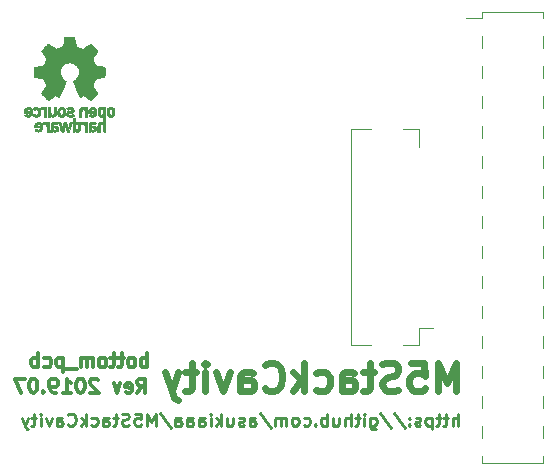
<source format=gbr>
G04 #@! TF.GenerationSoftware,KiCad,Pcbnew,5.1.2-f72e74a~84~ubuntu18.04.1*
G04 #@! TF.CreationDate,2019-07-12T15:11:00+09:00*
G04 #@! TF.ProjectId,bottom_pcb,626f7474-6f6d-45f7-9063-622e6b696361,rev?*
G04 #@! TF.SameCoordinates,Original*
G04 #@! TF.FileFunction,Legend,Bot*
G04 #@! TF.FilePolarity,Positive*
%FSLAX46Y46*%
G04 Gerber Fmt 4.6, Leading zero omitted, Abs format (unit mm)*
G04 Created by KiCad (PCBNEW 5.1.2-f72e74a~84~ubuntu18.04.1) date 2019-07-12 15:11:00*
%MOMM*%
%LPD*%
G04 APERTURE LIST*
%ADD10C,0.300000*%
%ADD11C,0.250000*%
%ADD12C,0.600000*%
%ADD13C,0.120000*%
%ADD14C,0.010000*%
G04 APERTURE END LIST*
D10*
X113140514Y-86001157D02*
X113140514Y-84801157D01*
X113140514Y-85258300D02*
X113026228Y-85201157D01*
X112797657Y-85201157D01*
X112683371Y-85258300D01*
X112626228Y-85315442D01*
X112569085Y-85429728D01*
X112569085Y-85772585D01*
X112626228Y-85886871D01*
X112683371Y-85944014D01*
X112797657Y-86001157D01*
X113026228Y-86001157D01*
X113140514Y-85944014D01*
X111883371Y-86001157D02*
X111997657Y-85944014D01*
X112054800Y-85886871D01*
X112111942Y-85772585D01*
X112111942Y-85429728D01*
X112054800Y-85315442D01*
X111997657Y-85258300D01*
X111883371Y-85201157D01*
X111711942Y-85201157D01*
X111597657Y-85258300D01*
X111540514Y-85315442D01*
X111483371Y-85429728D01*
X111483371Y-85772585D01*
X111540514Y-85886871D01*
X111597657Y-85944014D01*
X111711942Y-86001157D01*
X111883371Y-86001157D01*
X111140514Y-85201157D02*
X110683371Y-85201157D01*
X110969085Y-84801157D02*
X110969085Y-85829728D01*
X110911942Y-85944014D01*
X110797657Y-86001157D01*
X110683371Y-86001157D01*
X110454800Y-85201157D02*
X109997657Y-85201157D01*
X110283371Y-84801157D02*
X110283371Y-85829728D01*
X110226228Y-85944014D01*
X110111942Y-86001157D01*
X109997657Y-86001157D01*
X109426228Y-86001157D02*
X109540514Y-85944014D01*
X109597657Y-85886871D01*
X109654800Y-85772585D01*
X109654800Y-85429728D01*
X109597657Y-85315442D01*
X109540514Y-85258300D01*
X109426228Y-85201157D01*
X109254800Y-85201157D01*
X109140514Y-85258300D01*
X109083371Y-85315442D01*
X109026228Y-85429728D01*
X109026228Y-85772585D01*
X109083371Y-85886871D01*
X109140514Y-85944014D01*
X109254800Y-86001157D01*
X109426228Y-86001157D01*
X108511942Y-86001157D02*
X108511942Y-85201157D01*
X108511942Y-85315442D02*
X108454800Y-85258300D01*
X108340514Y-85201157D01*
X108169085Y-85201157D01*
X108054800Y-85258300D01*
X107997657Y-85372585D01*
X107997657Y-86001157D01*
X107997657Y-85372585D02*
X107940514Y-85258300D01*
X107826228Y-85201157D01*
X107654800Y-85201157D01*
X107540514Y-85258300D01*
X107483371Y-85372585D01*
X107483371Y-86001157D01*
X107197657Y-86115442D02*
X106283371Y-86115442D01*
X105997657Y-85201157D02*
X105997657Y-86401157D01*
X105997657Y-85258300D02*
X105883371Y-85201157D01*
X105654800Y-85201157D01*
X105540514Y-85258300D01*
X105483371Y-85315442D01*
X105426228Y-85429728D01*
X105426228Y-85772585D01*
X105483371Y-85886871D01*
X105540514Y-85944014D01*
X105654800Y-86001157D01*
X105883371Y-86001157D01*
X105997657Y-85944014D01*
X104397657Y-85944014D02*
X104511942Y-86001157D01*
X104740514Y-86001157D01*
X104854800Y-85944014D01*
X104911942Y-85886871D01*
X104969085Y-85772585D01*
X104969085Y-85429728D01*
X104911942Y-85315442D01*
X104854800Y-85258300D01*
X104740514Y-85201157D01*
X104511942Y-85201157D01*
X104397657Y-85258300D01*
X103883371Y-86001157D02*
X103883371Y-84801157D01*
X103883371Y-85258300D02*
X103769085Y-85201157D01*
X103540514Y-85201157D01*
X103426228Y-85258300D01*
X103369085Y-85315442D01*
X103311942Y-85429728D01*
X103311942Y-85772585D01*
X103369085Y-85886871D01*
X103426228Y-85944014D01*
X103540514Y-86001157D01*
X103769085Y-86001157D01*
X103883371Y-85944014D01*
D11*
X139455604Y-90939880D02*
X139455604Y-89939880D01*
X138984176Y-90939880D02*
X138984176Y-90416071D01*
X139036557Y-90320833D01*
X139141319Y-90273214D01*
X139298461Y-90273214D01*
X139403223Y-90320833D01*
X139455604Y-90368452D01*
X138617509Y-90273214D02*
X138198461Y-90273214D01*
X138460366Y-89939880D02*
X138460366Y-90797023D01*
X138407985Y-90892261D01*
X138303223Y-90939880D01*
X138198461Y-90939880D01*
X137988938Y-90273214D02*
X137569890Y-90273214D01*
X137831795Y-89939880D02*
X137831795Y-90797023D01*
X137779414Y-90892261D01*
X137674652Y-90939880D01*
X137569890Y-90939880D01*
X137203223Y-90273214D02*
X137203223Y-91273214D01*
X137203223Y-90320833D02*
X137098461Y-90273214D01*
X136888938Y-90273214D01*
X136784176Y-90320833D01*
X136731795Y-90368452D01*
X136679414Y-90463690D01*
X136679414Y-90749404D01*
X136731795Y-90844642D01*
X136784176Y-90892261D01*
X136888938Y-90939880D01*
X137098461Y-90939880D01*
X137203223Y-90892261D01*
X136260366Y-90892261D02*
X136155604Y-90939880D01*
X135946080Y-90939880D01*
X135841319Y-90892261D01*
X135788938Y-90797023D01*
X135788938Y-90749404D01*
X135841319Y-90654166D01*
X135946080Y-90606547D01*
X136103223Y-90606547D01*
X136207985Y-90558928D01*
X136260366Y-90463690D01*
X136260366Y-90416071D01*
X136207985Y-90320833D01*
X136103223Y-90273214D01*
X135946080Y-90273214D01*
X135841319Y-90320833D01*
X135317509Y-90844642D02*
X135265128Y-90892261D01*
X135317509Y-90939880D01*
X135369890Y-90892261D01*
X135317509Y-90844642D01*
X135317509Y-90939880D01*
X135317509Y-90320833D02*
X135265128Y-90368452D01*
X135317509Y-90416071D01*
X135369890Y-90368452D01*
X135317509Y-90320833D01*
X135317509Y-90416071D01*
X134007985Y-89892261D02*
X134950842Y-91177976D01*
X132855604Y-89892261D02*
X133798461Y-91177976D01*
X132017509Y-90273214D02*
X132017509Y-91082738D01*
X132069890Y-91177976D01*
X132122271Y-91225595D01*
X132227033Y-91273214D01*
X132384176Y-91273214D01*
X132488938Y-91225595D01*
X132017509Y-90892261D02*
X132122271Y-90939880D01*
X132331795Y-90939880D01*
X132436557Y-90892261D01*
X132488938Y-90844642D01*
X132541319Y-90749404D01*
X132541319Y-90463690D01*
X132488938Y-90368452D01*
X132436557Y-90320833D01*
X132331795Y-90273214D01*
X132122271Y-90273214D01*
X132017509Y-90320833D01*
X131493700Y-90939880D02*
X131493700Y-90273214D01*
X131493700Y-89939880D02*
X131546080Y-89987500D01*
X131493700Y-90035119D01*
X131441319Y-89987500D01*
X131493700Y-89939880D01*
X131493700Y-90035119D01*
X131127033Y-90273214D02*
X130707985Y-90273214D01*
X130969890Y-89939880D02*
X130969890Y-90797023D01*
X130917509Y-90892261D01*
X130812747Y-90939880D01*
X130707985Y-90939880D01*
X130341319Y-90939880D02*
X130341319Y-89939880D01*
X129869890Y-90939880D02*
X129869890Y-90416071D01*
X129922271Y-90320833D01*
X130027033Y-90273214D01*
X130184176Y-90273214D01*
X130288938Y-90320833D01*
X130341319Y-90368452D01*
X128874652Y-90273214D02*
X128874652Y-90939880D01*
X129346080Y-90273214D02*
X129346080Y-90797023D01*
X129293700Y-90892261D01*
X129188938Y-90939880D01*
X129031795Y-90939880D01*
X128927033Y-90892261D01*
X128874652Y-90844642D01*
X128350842Y-90939880D02*
X128350842Y-89939880D01*
X128350842Y-90320833D02*
X128246080Y-90273214D01*
X128036557Y-90273214D01*
X127931795Y-90320833D01*
X127879414Y-90368452D01*
X127827033Y-90463690D01*
X127827033Y-90749404D01*
X127879414Y-90844642D01*
X127931795Y-90892261D01*
X128036557Y-90939880D01*
X128246080Y-90939880D01*
X128350842Y-90892261D01*
X127355604Y-90844642D02*
X127303223Y-90892261D01*
X127355604Y-90939880D01*
X127407985Y-90892261D01*
X127355604Y-90844642D01*
X127355604Y-90939880D01*
X126360366Y-90892261D02*
X126465128Y-90939880D01*
X126674652Y-90939880D01*
X126779414Y-90892261D01*
X126831795Y-90844642D01*
X126884176Y-90749404D01*
X126884176Y-90463690D01*
X126831795Y-90368452D01*
X126779414Y-90320833D01*
X126674652Y-90273214D01*
X126465128Y-90273214D01*
X126360366Y-90320833D01*
X125731795Y-90939880D02*
X125836557Y-90892261D01*
X125888938Y-90844642D01*
X125941319Y-90749404D01*
X125941319Y-90463690D01*
X125888938Y-90368452D01*
X125836557Y-90320833D01*
X125731795Y-90273214D01*
X125574652Y-90273214D01*
X125469890Y-90320833D01*
X125417509Y-90368452D01*
X125365128Y-90463690D01*
X125365128Y-90749404D01*
X125417509Y-90844642D01*
X125469890Y-90892261D01*
X125574652Y-90939880D01*
X125731795Y-90939880D01*
X124893700Y-90939880D02*
X124893700Y-90273214D01*
X124893700Y-90368452D02*
X124841319Y-90320833D01*
X124736557Y-90273214D01*
X124579414Y-90273214D01*
X124474652Y-90320833D01*
X124422271Y-90416071D01*
X124422271Y-90939880D01*
X124422271Y-90416071D02*
X124369890Y-90320833D01*
X124265128Y-90273214D01*
X124107985Y-90273214D01*
X124003223Y-90320833D01*
X123950842Y-90416071D01*
X123950842Y-90939880D01*
X122641319Y-89892261D02*
X123584176Y-91177976D01*
X121803223Y-90939880D02*
X121803223Y-90416071D01*
X121855604Y-90320833D01*
X121960366Y-90273214D01*
X122169890Y-90273214D01*
X122274652Y-90320833D01*
X121803223Y-90892261D02*
X121907985Y-90939880D01*
X122169890Y-90939880D01*
X122274652Y-90892261D01*
X122327033Y-90797023D01*
X122327033Y-90701785D01*
X122274652Y-90606547D01*
X122169890Y-90558928D01*
X121907985Y-90558928D01*
X121803223Y-90511309D01*
X121331795Y-90892261D02*
X121227033Y-90939880D01*
X121017509Y-90939880D01*
X120912747Y-90892261D01*
X120860366Y-90797023D01*
X120860366Y-90749404D01*
X120912747Y-90654166D01*
X121017509Y-90606547D01*
X121174652Y-90606547D01*
X121279414Y-90558928D01*
X121331795Y-90463690D01*
X121331795Y-90416071D01*
X121279414Y-90320833D01*
X121174652Y-90273214D01*
X121017509Y-90273214D01*
X120912747Y-90320833D01*
X119917509Y-90273214D02*
X119917509Y-90939880D01*
X120388938Y-90273214D02*
X120388938Y-90797023D01*
X120336557Y-90892261D01*
X120231795Y-90939880D01*
X120074652Y-90939880D01*
X119969890Y-90892261D01*
X119917509Y-90844642D01*
X119393700Y-90939880D02*
X119393700Y-89939880D01*
X119288938Y-90558928D02*
X118974652Y-90939880D01*
X118974652Y-90273214D02*
X119393700Y-90654166D01*
X118503223Y-90939880D02*
X118503223Y-90273214D01*
X118503223Y-89939880D02*
X118555604Y-89987500D01*
X118503223Y-90035119D01*
X118450842Y-89987500D01*
X118503223Y-89939880D01*
X118503223Y-90035119D01*
X117507985Y-90939880D02*
X117507985Y-90416071D01*
X117560366Y-90320833D01*
X117665128Y-90273214D01*
X117874652Y-90273214D01*
X117979414Y-90320833D01*
X117507985Y-90892261D02*
X117612747Y-90939880D01*
X117874652Y-90939880D01*
X117979414Y-90892261D01*
X118031795Y-90797023D01*
X118031795Y-90701785D01*
X117979414Y-90606547D01*
X117874652Y-90558928D01*
X117612747Y-90558928D01*
X117507985Y-90511309D01*
X116512747Y-90939880D02*
X116512747Y-90416071D01*
X116565128Y-90320833D01*
X116669890Y-90273214D01*
X116879414Y-90273214D01*
X116984176Y-90320833D01*
X116512747Y-90892261D02*
X116617509Y-90939880D01*
X116879414Y-90939880D01*
X116984176Y-90892261D01*
X117036557Y-90797023D01*
X117036557Y-90701785D01*
X116984176Y-90606547D01*
X116879414Y-90558928D01*
X116617509Y-90558928D01*
X116512747Y-90511309D01*
X115517509Y-90939880D02*
X115517509Y-90416071D01*
X115569890Y-90320833D01*
X115674652Y-90273214D01*
X115884176Y-90273214D01*
X115988938Y-90320833D01*
X115517509Y-90892261D02*
X115622271Y-90939880D01*
X115884176Y-90939880D01*
X115988938Y-90892261D01*
X116041319Y-90797023D01*
X116041319Y-90701785D01*
X115988938Y-90606547D01*
X115884176Y-90558928D01*
X115622271Y-90558928D01*
X115517509Y-90511309D01*
X114207985Y-89892261D02*
X115150842Y-91177976D01*
X113841319Y-90939880D02*
X113841319Y-89939880D01*
X113474652Y-90654166D01*
X113107985Y-89939880D01*
X113107985Y-90939880D01*
X112060366Y-89939880D02*
X112584176Y-89939880D01*
X112636557Y-90416071D01*
X112584176Y-90368452D01*
X112479414Y-90320833D01*
X112217509Y-90320833D01*
X112112747Y-90368452D01*
X112060366Y-90416071D01*
X112007985Y-90511309D01*
X112007985Y-90749404D01*
X112060366Y-90844642D01*
X112112747Y-90892261D01*
X112217509Y-90939880D01*
X112479414Y-90939880D01*
X112584176Y-90892261D01*
X112636557Y-90844642D01*
X111588938Y-90892261D02*
X111431795Y-90939880D01*
X111169890Y-90939880D01*
X111065128Y-90892261D01*
X111012747Y-90844642D01*
X110960366Y-90749404D01*
X110960366Y-90654166D01*
X111012747Y-90558928D01*
X111065128Y-90511309D01*
X111169890Y-90463690D01*
X111379414Y-90416071D01*
X111484176Y-90368452D01*
X111536557Y-90320833D01*
X111588938Y-90225595D01*
X111588938Y-90130357D01*
X111536557Y-90035119D01*
X111484176Y-89987500D01*
X111379414Y-89939880D01*
X111117509Y-89939880D01*
X110960366Y-89987500D01*
X110646080Y-90273214D02*
X110227033Y-90273214D01*
X110488938Y-89939880D02*
X110488938Y-90797023D01*
X110436557Y-90892261D01*
X110331795Y-90939880D01*
X110227033Y-90939880D01*
X109388938Y-90939880D02*
X109388938Y-90416071D01*
X109441319Y-90320833D01*
X109546080Y-90273214D01*
X109755604Y-90273214D01*
X109860366Y-90320833D01*
X109388938Y-90892261D02*
X109493700Y-90939880D01*
X109755604Y-90939880D01*
X109860366Y-90892261D01*
X109912747Y-90797023D01*
X109912747Y-90701785D01*
X109860366Y-90606547D01*
X109755604Y-90558928D01*
X109493700Y-90558928D01*
X109388938Y-90511309D01*
X108393700Y-90892261D02*
X108498461Y-90939880D01*
X108707985Y-90939880D01*
X108812747Y-90892261D01*
X108865128Y-90844642D01*
X108917509Y-90749404D01*
X108917509Y-90463690D01*
X108865128Y-90368452D01*
X108812747Y-90320833D01*
X108707985Y-90273214D01*
X108498461Y-90273214D01*
X108393700Y-90320833D01*
X107922271Y-90939880D02*
X107922271Y-89939880D01*
X107817509Y-90558928D02*
X107503223Y-90939880D01*
X107503223Y-90273214D02*
X107922271Y-90654166D01*
X106403223Y-90844642D02*
X106455604Y-90892261D01*
X106612747Y-90939880D01*
X106717509Y-90939880D01*
X106874652Y-90892261D01*
X106979414Y-90797023D01*
X107031795Y-90701785D01*
X107084176Y-90511309D01*
X107084176Y-90368452D01*
X107031795Y-90177976D01*
X106979414Y-90082738D01*
X106874652Y-89987500D01*
X106717509Y-89939880D01*
X106612747Y-89939880D01*
X106455604Y-89987500D01*
X106403223Y-90035119D01*
X105460366Y-90939880D02*
X105460366Y-90416071D01*
X105512747Y-90320833D01*
X105617509Y-90273214D01*
X105827033Y-90273214D01*
X105931795Y-90320833D01*
X105460366Y-90892261D02*
X105565128Y-90939880D01*
X105827033Y-90939880D01*
X105931795Y-90892261D01*
X105984176Y-90797023D01*
X105984176Y-90701785D01*
X105931795Y-90606547D01*
X105827033Y-90558928D01*
X105565128Y-90558928D01*
X105460366Y-90511309D01*
X105041319Y-90273214D02*
X104779414Y-90939880D01*
X104517509Y-90273214D01*
X104098461Y-90939880D02*
X104098461Y-90273214D01*
X104098461Y-89939880D02*
X104150842Y-89987500D01*
X104098461Y-90035119D01*
X104046080Y-89987500D01*
X104098461Y-89939880D01*
X104098461Y-90035119D01*
X103731795Y-90273214D02*
X103312747Y-90273214D01*
X103574652Y-89939880D02*
X103574652Y-90797023D01*
X103522271Y-90892261D01*
X103417509Y-90939880D01*
X103312747Y-90939880D01*
X103050842Y-90273214D02*
X102788938Y-90939880D01*
X102527033Y-90273214D02*
X102788938Y-90939880D01*
X102893700Y-91177976D01*
X102946080Y-91225595D01*
X103050842Y-91273214D01*
D10*
X112276928Y-88172857D02*
X112676928Y-87601428D01*
X112962642Y-88172857D02*
X112962642Y-86972857D01*
X112505500Y-86972857D01*
X112391214Y-87030000D01*
X112334071Y-87087142D01*
X112276928Y-87201428D01*
X112276928Y-87372857D01*
X112334071Y-87487142D01*
X112391214Y-87544285D01*
X112505500Y-87601428D01*
X112962642Y-87601428D01*
X111305500Y-88115714D02*
X111419785Y-88172857D01*
X111648357Y-88172857D01*
X111762642Y-88115714D01*
X111819785Y-88001428D01*
X111819785Y-87544285D01*
X111762642Y-87430000D01*
X111648357Y-87372857D01*
X111419785Y-87372857D01*
X111305500Y-87430000D01*
X111248357Y-87544285D01*
X111248357Y-87658571D01*
X111819785Y-87772857D01*
X110848357Y-87372857D02*
X110562642Y-88172857D01*
X110276928Y-87372857D01*
X108962642Y-87087142D02*
X108905500Y-87030000D01*
X108791214Y-86972857D01*
X108505500Y-86972857D01*
X108391214Y-87030000D01*
X108334071Y-87087142D01*
X108276928Y-87201428D01*
X108276928Y-87315714D01*
X108334071Y-87487142D01*
X109019785Y-88172857D01*
X108276928Y-88172857D01*
X107534071Y-86972857D02*
X107419785Y-86972857D01*
X107305500Y-87030000D01*
X107248357Y-87087142D01*
X107191214Y-87201428D01*
X107134071Y-87430000D01*
X107134071Y-87715714D01*
X107191214Y-87944285D01*
X107248357Y-88058571D01*
X107305500Y-88115714D01*
X107419785Y-88172857D01*
X107534071Y-88172857D01*
X107648357Y-88115714D01*
X107705500Y-88058571D01*
X107762642Y-87944285D01*
X107819785Y-87715714D01*
X107819785Y-87430000D01*
X107762642Y-87201428D01*
X107705500Y-87087142D01*
X107648357Y-87030000D01*
X107534071Y-86972857D01*
X105991214Y-88172857D02*
X106676928Y-88172857D01*
X106334071Y-88172857D02*
X106334071Y-86972857D01*
X106448357Y-87144285D01*
X106562642Y-87258571D01*
X106676928Y-87315714D01*
X105419785Y-88172857D02*
X105191214Y-88172857D01*
X105076928Y-88115714D01*
X105019785Y-88058571D01*
X104905500Y-87887142D01*
X104848357Y-87658571D01*
X104848357Y-87201428D01*
X104905500Y-87087142D01*
X104962642Y-87030000D01*
X105076928Y-86972857D01*
X105305500Y-86972857D01*
X105419785Y-87030000D01*
X105476928Y-87087142D01*
X105534071Y-87201428D01*
X105534071Y-87487142D01*
X105476928Y-87601428D01*
X105419785Y-87658571D01*
X105305500Y-87715714D01*
X105076928Y-87715714D01*
X104962642Y-87658571D01*
X104905500Y-87601428D01*
X104848357Y-87487142D01*
X104334071Y-88058571D02*
X104276928Y-88115714D01*
X104334071Y-88172857D01*
X104391214Y-88115714D01*
X104334071Y-88058571D01*
X104334071Y-88172857D01*
X103534071Y-86972857D02*
X103419785Y-86972857D01*
X103305500Y-87030000D01*
X103248357Y-87087142D01*
X103191214Y-87201428D01*
X103134071Y-87430000D01*
X103134071Y-87715714D01*
X103191214Y-87944285D01*
X103248357Y-88058571D01*
X103305500Y-88115714D01*
X103419785Y-88172857D01*
X103534071Y-88172857D01*
X103648357Y-88115714D01*
X103705500Y-88058571D01*
X103762642Y-87944285D01*
X103819785Y-87715714D01*
X103819785Y-87430000D01*
X103762642Y-87201428D01*
X103705500Y-87087142D01*
X103648357Y-87030000D01*
X103534071Y-86972857D01*
X102734071Y-86972857D02*
X101934071Y-86972857D01*
X102448357Y-88172857D01*
D12*
X139304771Y-88004514D02*
X139304771Y-85604514D01*
X138504771Y-87318800D01*
X137704771Y-85604514D01*
X137704771Y-88004514D01*
X135419057Y-85604514D02*
X136561914Y-85604514D01*
X136676200Y-86747371D01*
X136561914Y-86633085D01*
X136333342Y-86518800D01*
X135761914Y-86518800D01*
X135533342Y-86633085D01*
X135419057Y-86747371D01*
X135304771Y-86975942D01*
X135304771Y-87547371D01*
X135419057Y-87775942D01*
X135533342Y-87890228D01*
X135761914Y-88004514D01*
X136333342Y-88004514D01*
X136561914Y-87890228D01*
X136676200Y-87775942D01*
X134390485Y-87890228D02*
X134047628Y-88004514D01*
X133476200Y-88004514D01*
X133247628Y-87890228D01*
X133133342Y-87775942D01*
X133019057Y-87547371D01*
X133019057Y-87318800D01*
X133133342Y-87090228D01*
X133247628Y-86975942D01*
X133476200Y-86861657D01*
X133933342Y-86747371D01*
X134161914Y-86633085D01*
X134276200Y-86518800D01*
X134390485Y-86290228D01*
X134390485Y-86061657D01*
X134276200Y-85833085D01*
X134161914Y-85718800D01*
X133933342Y-85604514D01*
X133361914Y-85604514D01*
X133019057Y-85718800D01*
X132333342Y-86404514D02*
X131419057Y-86404514D01*
X131990485Y-85604514D02*
X131990485Y-87661657D01*
X131876200Y-87890228D01*
X131647628Y-88004514D01*
X131419057Y-88004514D01*
X129590485Y-88004514D02*
X129590485Y-86747371D01*
X129704771Y-86518800D01*
X129933342Y-86404514D01*
X130390485Y-86404514D01*
X130619057Y-86518800D01*
X129590485Y-87890228D02*
X129819057Y-88004514D01*
X130390485Y-88004514D01*
X130619057Y-87890228D01*
X130733342Y-87661657D01*
X130733342Y-87433085D01*
X130619057Y-87204514D01*
X130390485Y-87090228D01*
X129819057Y-87090228D01*
X129590485Y-86975942D01*
X127419057Y-87890228D02*
X127647628Y-88004514D01*
X128104771Y-88004514D01*
X128333342Y-87890228D01*
X128447628Y-87775942D01*
X128561914Y-87547371D01*
X128561914Y-86861657D01*
X128447628Y-86633085D01*
X128333342Y-86518800D01*
X128104771Y-86404514D01*
X127647628Y-86404514D01*
X127419057Y-86518800D01*
X126390485Y-88004514D02*
X126390485Y-85604514D01*
X126161914Y-87090228D02*
X125476200Y-88004514D01*
X125476200Y-86404514D02*
X126390485Y-87318800D01*
X123076200Y-87775942D02*
X123190485Y-87890228D01*
X123533342Y-88004514D01*
X123761914Y-88004514D01*
X124104771Y-87890228D01*
X124333342Y-87661657D01*
X124447628Y-87433085D01*
X124561914Y-86975942D01*
X124561914Y-86633085D01*
X124447628Y-86175942D01*
X124333342Y-85947371D01*
X124104771Y-85718800D01*
X123761914Y-85604514D01*
X123533342Y-85604514D01*
X123190485Y-85718800D01*
X123076200Y-85833085D01*
X121019057Y-88004514D02*
X121019057Y-86747371D01*
X121133342Y-86518800D01*
X121361914Y-86404514D01*
X121819057Y-86404514D01*
X122047628Y-86518800D01*
X121019057Y-87890228D02*
X121247628Y-88004514D01*
X121819057Y-88004514D01*
X122047628Y-87890228D01*
X122161914Y-87661657D01*
X122161914Y-87433085D01*
X122047628Y-87204514D01*
X121819057Y-87090228D01*
X121247628Y-87090228D01*
X121019057Y-86975942D01*
X120104771Y-86404514D02*
X119533342Y-88004514D01*
X118961914Y-86404514D01*
X118047628Y-88004514D02*
X118047628Y-86404514D01*
X118047628Y-85604514D02*
X118161914Y-85718800D01*
X118047628Y-85833085D01*
X117933342Y-85718800D01*
X118047628Y-85604514D01*
X118047628Y-85833085D01*
X117247628Y-86404514D02*
X116333342Y-86404514D01*
X116904771Y-85604514D02*
X116904771Y-87661657D01*
X116790485Y-87890228D01*
X116561914Y-88004514D01*
X116333342Y-88004514D01*
X115761914Y-86404514D02*
X115190485Y-88004514D01*
X114619057Y-86404514D02*
X115190485Y-88004514D01*
X115419057Y-88575942D01*
X115533342Y-88690228D01*
X115761914Y-88804514D01*
D13*
X146674000Y-55890000D02*
X141474000Y-55890000D01*
X141474000Y-55890000D02*
X141474000Y-56460000D01*
X141474000Y-57980000D02*
X141474000Y-59000000D01*
X141474000Y-60520000D02*
X141474000Y-61540000D01*
X141474000Y-63060000D02*
X141474000Y-64080000D01*
X141474000Y-65600000D02*
X141474000Y-66620000D01*
X141474000Y-68140000D02*
X141474000Y-69160000D01*
X141474000Y-70680000D02*
X141474000Y-71700000D01*
X141474000Y-73220000D02*
X141474000Y-74240000D01*
X141474000Y-75760000D02*
X141474000Y-76780000D01*
X141474000Y-78300000D02*
X141474000Y-79320000D01*
X141474000Y-80840000D02*
X141474000Y-81860000D01*
X141474000Y-83380000D02*
X141474000Y-84400000D01*
X141474000Y-85920000D02*
X141474000Y-86940000D01*
X141474000Y-88460000D02*
X141474000Y-89480000D01*
X141474000Y-91000000D02*
X141474000Y-92020000D01*
X141474000Y-93540000D02*
X141474000Y-94110000D01*
X146674000Y-94110000D02*
X141474000Y-94110000D01*
X146674000Y-55890000D02*
X146674000Y-56460000D01*
X146674000Y-57980000D02*
X146674000Y-59000000D01*
X146674000Y-60520000D02*
X146674000Y-61540000D01*
X146674000Y-63060000D02*
X146674000Y-64080000D01*
X146674000Y-65600000D02*
X146674000Y-66620000D01*
X146674000Y-68140000D02*
X146674000Y-69160000D01*
X146674000Y-70680000D02*
X146674000Y-71700000D01*
X146674000Y-73220000D02*
X146674000Y-74240000D01*
X146674000Y-75760000D02*
X146674000Y-76780000D01*
X146674000Y-78300000D02*
X146674000Y-79320000D01*
X146674000Y-80840000D02*
X146674000Y-81860000D01*
X146674000Y-83380000D02*
X146674000Y-84400000D01*
X146674000Y-85920000D02*
X146674000Y-86940000D01*
X146674000Y-88460000D02*
X146674000Y-89480000D01*
X146674000Y-91000000D02*
X146674000Y-92020000D01*
X146674000Y-93540000D02*
X146674000Y-94110000D01*
X141474000Y-56460000D02*
X140114000Y-56460000D01*
D14*
G36*
X106037836Y-58441776D02*
G01*
X105962287Y-58842522D01*
X105404759Y-59072354D01*
X105070335Y-58844948D01*
X104976678Y-58781631D01*
X104892018Y-58725096D01*
X104820305Y-58677927D01*
X104765489Y-58642702D01*
X104731520Y-58622005D01*
X104722270Y-58617542D01*
X104705605Y-58629020D01*
X104669994Y-58660751D01*
X104619429Y-58708683D01*
X104557900Y-58768762D01*
X104489401Y-58836933D01*
X104417921Y-58909145D01*
X104347453Y-58981342D01*
X104281989Y-59049473D01*
X104225520Y-59109483D01*
X104182037Y-59157319D01*
X104155532Y-59188927D01*
X104149195Y-59199505D01*
X104158314Y-59219006D01*
X104183880Y-59261731D01*
X104223203Y-59323498D01*
X104273597Y-59400131D01*
X104332373Y-59487448D01*
X104366432Y-59537252D01*
X104428511Y-59628193D01*
X104483674Y-59710259D01*
X104529246Y-59779363D01*
X104562550Y-59831422D01*
X104580910Y-59862350D01*
X104583669Y-59868850D01*
X104577415Y-59887321D01*
X104560366Y-59930372D01*
X104535097Y-59991949D01*
X104504178Y-60065999D01*
X104470182Y-60146470D01*
X104435682Y-60227307D01*
X104403249Y-60302458D01*
X104375457Y-60365871D01*
X104354877Y-60411493D01*
X104344081Y-60433269D01*
X104343444Y-60434126D01*
X104326493Y-60438284D01*
X104281349Y-60447561D01*
X104212690Y-60461044D01*
X104125198Y-60477821D01*
X104023550Y-60496981D01*
X103964244Y-60508030D01*
X103855628Y-60528710D01*
X103757523Y-60548389D01*
X103674891Y-60565989D01*
X103612696Y-60580433D01*
X103575901Y-60590646D01*
X103568504Y-60593886D01*
X103561260Y-60615817D01*
X103555415Y-60665347D01*
X103550965Y-60736685D01*
X103547907Y-60824039D01*
X103546235Y-60921617D01*
X103545947Y-61023626D01*
X103547039Y-61124275D01*
X103549506Y-61217772D01*
X103553344Y-61298325D01*
X103558550Y-61360142D01*
X103565119Y-61397430D01*
X103569059Y-61405193D01*
X103592612Y-61414498D01*
X103642518Y-61427800D01*
X103712177Y-61443537D01*
X103794987Y-61460146D01*
X103823895Y-61465519D01*
X103963269Y-61491048D01*
X104073364Y-61511608D01*
X104157818Y-61528015D01*
X104220270Y-61541087D01*
X104264356Y-61551641D01*
X104293715Y-61560494D01*
X104311985Y-61568463D01*
X104322802Y-61576365D01*
X104324315Y-61577927D01*
X104339423Y-61603086D01*
X104362471Y-61652050D01*
X104391156Y-61718821D01*
X104423178Y-61797405D01*
X104456235Y-61881807D01*
X104488027Y-61966030D01*
X104516251Y-62044079D01*
X104538607Y-62109959D01*
X104552793Y-62157673D01*
X104556507Y-62181227D01*
X104556198Y-62182052D01*
X104543611Y-62201304D01*
X104515056Y-62243663D01*
X104473533Y-62304721D01*
X104422044Y-62380068D01*
X104363589Y-62465296D01*
X104346942Y-62489515D01*
X104287585Y-62577323D01*
X104235353Y-62657438D01*
X104193092Y-62725262D01*
X104163647Y-62776193D01*
X104149863Y-62805631D01*
X104149195Y-62809248D01*
X104160776Y-62828257D01*
X104192776Y-62865914D01*
X104241082Y-62918173D01*
X104301580Y-62980986D01*
X104370156Y-63050306D01*
X104442696Y-63122085D01*
X104515088Y-63192277D01*
X104583216Y-63256835D01*
X104642968Y-63311710D01*
X104690229Y-63352856D01*
X104720887Y-63376226D01*
X104729368Y-63380042D01*
X104749109Y-63371055D01*
X104789526Y-63346816D01*
X104844037Y-63311409D01*
X104885977Y-63282911D01*
X104961971Y-63230618D01*
X105051966Y-63169045D01*
X105142236Y-63107570D01*
X105190768Y-63074669D01*
X105355038Y-62963559D01*
X105492931Y-63038116D01*
X105555751Y-63070778D01*
X105609171Y-63096166D01*
X105645316Y-63110646D01*
X105654516Y-63112660D01*
X105665579Y-63097784D01*
X105687406Y-63055747D01*
X105718366Y-62990427D01*
X105756830Y-62905700D01*
X105801168Y-62805445D01*
X105849753Y-62693539D01*
X105900954Y-62573859D01*
X105953141Y-62450284D01*
X106004687Y-62326691D01*
X106053960Y-62206957D01*
X106099333Y-62094959D01*
X106139175Y-61994577D01*
X106171858Y-61909686D01*
X106195751Y-61844165D01*
X106209226Y-61801890D01*
X106211394Y-61787372D01*
X106194217Y-61768853D01*
X106156610Y-61738790D01*
X106106434Y-61703432D01*
X106102222Y-61700634D01*
X105972536Y-61596825D01*
X105867966Y-61475715D01*
X105789419Y-61341176D01*
X105737801Y-61197082D01*
X105714018Y-61047305D01*
X105718977Y-60895717D01*
X105753583Y-60746192D01*
X105818743Y-60602600D01*
X105837914Y-60571184D01*
X105937626Y-60444325D01*
X106055423Y-60342455D01*
X106187229Y-60266104D01*
X106328967Y-60215802D01*
X106476558Y-60192079D01*
X106625927Y-60195465D01*
X106772997Y-60226488D01*
X106913689Y-60285680D01*
X107043927Y-60373569D01*
X107084214Y-60409242D01*
X107186745Y-60520906D01*
X107261459Y-60638457D01*
X107312710Y-60770220D01*
X107341254Y-60900707D01*
X107348300Y-61047416D01*
X107324804Y-61194853D01*
X107273151Y-61338034D01*
X107195729Y-61471977D01*
X107094925Y-61591698D01*
X106973124Y-61692214D01*
X106957116Y-61702809D01*
X106906402Y-61737506D01*
X106867850Y-61767570D01*
X106849419Y-61786765D01*
X106849151Y-61787372D01*
X106853108Y-61808136D01*
X106868793Y-61855262D01*
X106894578Y-61924873D01*
X106928831Y-62013093D01*
X106969923Y-62116044D01*
X107016224Y-62229850D01*
X107066104Y-62350635D01*
X107117933Y-62474521D01*
X107170081Y-62597632D01*
X107220918Y-62716091D01*
X107268813Y-62826023D01*
X107312138Y-62923549D01*
X107349262Y-63004793D01*
X107378556Y-63065879D01*
X107398388Y-63102930D01*
X107406374Y-63112660D01*
X107430779Y-63105083D01*
X107476442Y-63084760D01*
X107535490Y-63055325D01*
X107567960Y-63038116D01*
X107705853Y-62963559D01*
X107870123Y-63074669D01*
X107953979Y-63131590D01*
X108045787Y-63194230D01*
X108131820Y-63253211D01*
X108174913Y-63282911D01*
X108235523Y-63323610D01*
X108286845Y-63355863D01*
X108322185Y-63375584D01*
X108333663Y-63379754D01*
X108350370Y-63368507D01*
X108387346Y-63337111D01*
X108441005Y-63288824D01*
X108507762Y-63226908D01*
X108584034Y-63154621D01*
X108632273Y-63108208D01*
X108716667Y-63025287D01*
X108789603Y-62951120D01*
X108848131Y-62888880D01*
X108889303Y-62841741D01*
X108910172Y-62812873D01*
X108912174Y-62807015D01*
X108902883Y-62784732D01*
X108877209Y-62739677D01*
X108838000Y-62676411D01*
X108788103Y-62599495D01*
X108730367Y-62513492D01*
X108713949Y-62489515D01*
X108654123Y-62402370D01*
X108600450Y-62323910D01*
X108555930Y-62258545D01*
X108523565Y-62210684D01*
X108506355Y-62184735D01*
X108504693Y-62182052D01*
X108507179Y-62161372D01*
X108520377Y-62115904D01*
X108541986Y-62051644D01*
X108569704Y-61974587D01*
X108601230Y-61890729D01*
X108634263Y-61806066D01*
X108666501Y-61726592D01*
X108695643Y-61658304D01*
X108719388Y-61607197D01*
X108735435Y-61579267D01*
X108736575Y-61577927D01*
X108746388Y-61569945D01*
X108762961Y-61562051D01*
X108789932Y-61553429D01*
X108830939Y-61543262D01*
X108889620Y-61530731D01*
X108969613Y-61515021D01*
X109074555Y-61495313D01*
X109208085Y-61470792D01*
X109236996Y-61465519D01*
X109322682Y-61448964D01*
X109397382Y-61432769D01*
X109454494Y-61418496D01*
X109487417Y-61407708D01*
X109491831Y-61405193D01*
X109499106Y-61382896D01*
X109505019Y-61333069D01*
X109509566Y-61261504D01*
X109512745Y-61173993D01*
X109514549Y-61076328D01*
X109514977Y-60974301D01*
X109514023Y-60873703D01*
X109511684Y-60780327D01*
X109507956Y-60699965D01*
X109502834Y-60638409D01*
X109496316Y-60601450D01*
X109492386Y-60593886D01*
X109470508Y-60586256D01*
X109420691Y-60573842D01*
X109347897Y-60557722D01*
X109257089Y-60538973D01*
X109153231Y-60518671D01*
X109096646Y-60508030D01*
X108989286Y-60487960D01*
X108893546Y-60469780D01*
X108814106Y-60454399D01*
X108755646Y-60442731D01*
X108722845Y-60435688D01*
X108717446Y-60434126D01*
X108708322Y-60416522D01*
X108689035Y-60374118D01*
X108662155Y-60312972D01*
X108630254Y-60239143D01*
X108595902Y-60158689D01*
X108561671Y-60077668D01*
X108530131Y-60002137D01*
X108503854Y-59938155D01*
X108485411Y-59891780D01*
X108477371Y-59869069D01*
X108477222Y-59868076D01*
X108486335Y-59850161D01*
X108511886Y-59808933D01*
X108551188Y-59748491D01*
X108601557Y-59672931D01*
X108660306Y-59586352D01*
X108694458Y-59536621D01*
X108756690Y-59445436D01*
X108811964Y-59362649D01*
X108857582Y-59292449D01*
X108890848Y-59239024D01*
X108909064Y-59206561D01*
X108911695Y-59199283D01*
X108900386Y-59182345D01*
X108869119Y-59146178D01*
X108821890Y-59094835D01*
X108762692Y-59032367D01*
X108695519Y-58962826D01*
X108624366Y-58890265D01*
X108553226Y-58818735D01*
X108486093Y-58752287D01*
X108426961Y-58694974D01*
X108379825Y-58650847D01*
X108348677Y-58623959D01*
X108338257Y-58617542D01*
X108321291Y-58626565D01*
X108280711Y-58651915D01*
X108220463Y-58691010D01*
X108144493Y-58741271D01*
X108056746Y-58800117D01*
X107990556Y-58844948D01*
X107656132Y-59072354D01*
X107377367Y-58957438D01*
X107098603Y-58842522D01*
X107023054Y-58441776D01*
X106947506Y-58041029D01*
X106113385Y-58041029D01*
X106037836Y-58441776D01*
X106037836Y-58441776D01*
G37*
X106037836Y-58441776D02*
X105962287Y-58842522D01*
X105404759Y-59072354D01*
X105070335Y-58844948D01*
X104976678Y-58781631D01*
X104892018Y-58725096D01*
X104820305Y-58677927D01*
X104765489Y-58642702D01*
X104731520Y-58622005D01*
X104722270Y-58617542D01*
X104705605Y-58629020D01*
X104669994Y-58660751D01*
X104619429Y-58708683D01*
X104557900Y-58768762D01*
X104489401Y-58836933D01*
X104417921Y-58909145D01*
X104347453Y-58981342D01*
X104281989Y-59049473D01*
X104225520Y-59109483D01*
X104182037Y-59157319D01*
X104155532Y-59188927D01*
X104149195Y-59199505D01*
X104158314Y-59219006D01*
X104183880Y-59261731D01*
X104223203Y-59323498D01*
X104273597Y-59400131D01*
X104332373Y-59487448D01*
X104366432Y-59537252D01*
X104428511Y-59628193D01*
X104483674Y-59710259D01*
X104529246Y-59779363D01*
X104562550Y-59831422D01*
X104580910Y-59862350D01*
X104583669Y-59868850D01*
X104577415Y-59887321D01*
X104560366Y-59930372D01*
X104535097Y-59991949D01*
X104504178Y-60065999D01*
X104470182Y-60146470D01*
X104435682Y-60227307D01*
X104403249Y-60302458D01*
X104375457Y-60365871D01*
X104354877Y-60411493D01*
X104344081Y-60433269D01*
X104343444Y-60434126D01*
X104326493Y-60438284D01*
X104281349Y-60447561D01*
X104212690Y-60461044D01*
X104125198Y-60477821D01*
X104023550Y-60496981D01*
X103964244Y-60508030D01*
X103855628Y-60528710D01*
X103757523Y-60548389D01*
X103674891Y-60565989D01*
X103612696Y-60580433D01*
X103575901Y-60590646D01*
X103568504Y-60593886D01*
X103561260Y-60615817D01*
X103555415Y-60665347D01*
X103550965Y-60736685D01*
X103547907Y-60824039D01*
X103546235Y-60921617D01*
X103545947Y-61023626D01*
X103547039Y-61124275D01*
X103549506Y-61217772D01*
X103553344Y-61298325D01*
X103558550Y-61360142D01*
X103565119Y-61397430D01*
X103569059Y-61405193D01*
X103592612Y-61414498D01*
X103642518Y-61427800D01*
X103712177Y-61443537D01*
X103794987Y-61460146D01*
X103823895Y-61465519D01*
X103963269Y-61491048D01*
X104073364Y-61511608D01*
X104157818Y-61528015D01*
X104220270Y-61541087D01*
X104264356Y-61551641D01*
X104293715Y-61560494D01*
X104311985Y-61568463D01*
X104322802Y-61576365D01*
X104324315Y-61577927D01*
X104339423Y-61603086D01*
X104362471Y-61652050D01*
X104391156Y-61718821D01*
X104423178Y-61797405D01*
X104456235Y-61881807D01*
X104488027Y-61966030D01*
X104516251Y-62044079D01*
X104538607Y-62109959D01*
X104552793Y-62157673D01*
X104556507Y-62181227D01*
X104556198Y-62182052D01*
X104543611Y-62201304D01*
X104515056Y-62243663D01*
X104473533Y-62304721D01*
X104422044Y-62380068D01*
X104363589Y-62465296D01*
X104346942Y-62489515D01*
X104287585Y-62577323D01*
X104235353Y-62657438D01*
X104193092Y-62725262D01*
X104163647Y-62776193D01*
X104149863Y-62805631D01*
X104149195Y-62809248D01*
X104160776Y-62828257D01*
X104192776Y-62865914D01*
X104241082Y-62918173D01*
X104301580Y-62980986D01*
X104370156Y-63050306D01*
X104442696Y-63122085D01*
X104515088Y-63192277D01*
X104583216Y-63256835D01*
X104642968Y-63311710D01*
X104690229Y-63352856D01*
X104720887Y-63376226D01*
X104729368Y-63380042D01*
X104749109Y-63371055D01*
X104789526Y-63346816D01*
X104844037Y-63311409D01*
X104885977Y-63282911D01*
X104961971Y-63230618D01*
X105051966Y-63169045D01*
X105142236Y-63107570D01*
X105190768Y-63074669D01*
X105355038Y-62963559D01*
X105492931Y-63038116D01*
X105555751Y-63070778D01*
X105609171Y-63096166D01*
X105645316Y-63110646D01*
X105654516Y-63112660D01*
X105665579Y-63097784D01*
X105687406Y-63055747D01*
X105718366Y-62990427D01*
X105756830Y-62905700D01*
X105801168Y-62805445D01*
X105849753Y-62693539D01*
X105900954Y-62573859D01*
X105953141Y-62450284D01*
X106004687Y-62326691D01*
X106053960Y-62206957D01*
X106099333Y-62094959D01*
X106139175Y-61994577D01*
X106171858Y-61909686D01*
X106195751Y-61844165D01*
X106209226Y-61801890D01*
X106211394Y-61787372D01*
X106194217Y-61768853D01*
X106156610Y-61738790D01*
X106106434Y-61703432D01*
X106102222Y-61700634D01*
X105972536Y-61596825D01*
X105867966Y-61475715D01*
X105789419Y-61341176D01*
X105737801Y-61197082D01*
X105714018Y-61047305D01*
X105718977Y-60895717D01*
X105753583Y-60746192D01*
X105818743Y-60602600D01*
X105837914Y-60571184D01*
X105937626Y-60444325D01*
X106055423Y-60342455D01*
X106187229Y-60266104D01*
X106328967Y-60215802D01*
X106476558Y-60192079D01*
X106625927Y-60195465D01*
X106772997Y-60226488D01*
X106913689Y-60285680D01*
X107043927Y-60373569D01*
X107084214Y-60409242D01*
X107186745Y-60520906D01*
X107261459Y-60638457D01*
X107312710Y-60770220D01*
X107341254Y-60900707D01*
X107348300Y-61047416D01*
X107324804Y-61194853D01*
X107273151Y-61338034D01*
X107195729Y-61471977D01*
X107094925Y-61591698D01*
X106973124Y-61692214D01*
X106957116Y-61702809D01*
X106906402Y-61737506D01*
X106867850Y-61767570D01*
X106849419Y-61786765D01*
X106849151Y-61787372D01*
X106853108Y-61808136D01*
X106868793Y-61855262D01*
X106894578Y-61924873D01*
X106928831Y-62013093D01*
X106969923Y-62116044D01*
X107016224Y-62229850D01*
X107066104Y-62350635D01*
X107117933Y-62474521D01*
X107170081Y-62597632D01*
X107220918Y-62716091D01*
X107268813Y-62826023D01*
X107312138Y-62923549D01*
X107349262Y-63004793D01*
X107378556Y-63065879D01*
X107398388Y-63102930D01*
X107406374Y-63112660D01*
X107430779Y-63105083D01*
X107476442Y-63084760D01*
X107535490Y-63055325D01*
X107567960Y-63038116D01*
X107705853Y-62963559D01*
X107870123Y-63074669D01*
X107953979Y-63131590D01*
X108045787Y-63194230D01*
X108131820Y-63253211D01*
X108174913Y-63282911D01*
X108235523Y-63323610D01*
X108286845Y-63355863D01*
X108322185Y-63375584D01*
X108333663Y-63379754D01*
X108350370Y-63368507D01*
X108387346Y-63337111D01*
X108441005Y-63288824D01*
X108507762Y-63226908D01*
X108584034Y-63154621D01*
X108632273Y-63108208D01*
X108716667Y-63025287D01*
X108789603Y-62951120D01*
X108848131Y-62888880D01*
X108889303Y-62841741D01*
X108910172Y-62812873D01*
X108912174Y-62807015D01*
X108902883Y-62784732D01*
X108877209Y-62739677D01*
X108838000Y-62676411D01*
X108788103Y-62599495D01*
X108730367Y-62513492D01*
X108713949Y-62489515D01*
X108654123Y-62402370D01*
X108600450Y-62323910D01*
X108555930Y-62258545D01*
X108523565Y-62210684D01*
X108506355Y-62184735D01*
X108504693Y-62182052D01*
X108507179Y-62161372D01*
X108520377Y-62115904D01*
X108541986Y-62051644D01*
X108569704Y-61974587D01*
X108601230Y-61890729D01*
X108634263Y-61806066D01*
X108666501Y-61726592D01*
X108695643Y-61658304D01*
X108719388Y-61607197D01*
X108735435Y-61579267D01*
X108736575Y-61577927D01*
X108746388Y-61569945D01*
X108762961Y-61562051D01*
X108789932Y-61553429D01*
X108830939Y-61543262D01*
X108889620Y-61530731D01*
X108969613Y-61515021D01*
X109074555Y-61495313D01*
X109208085Y-61470792D01*
X109236996Y-61465519D01*
X109322682Y-61448964D01*
X109397382Y-61432769D01*
X109454494Y-61418496D01*
X109487417Y-61407708D01*
X109491831Y-61405193D01*
X109499106Y-61382896D01*
X109505019Y-61333069D01*
X109509566Y-61261504D01*
X109512745Y-61173993D01*
X109514549Y-61076328D01*
X109514977Y-60974301D01*
X109514023Y-60873703D01*
X109511684Y-60780327D01*
X109507956Y-60699965D01*
X109502834Y-60638409D01*
X109496316Y-60601450D01*
X109492386Y-60593886D01*
X109470508Y-60586256D01*
X109420691Y-60573842D01*
X109347897Y-60557722D01*
X109257089Y-60538973D01*
X109153231Y-60518671D01*
X109096646Y-60508030D01*
X108989286Y-60487960D01*
X108893546Y-60469780D01*
X108814106Y-60454399D01*
X108755646Y-60442731D01*
X108722845Y-60435688D01*
X108717446Y-60434126D01*
X108708322Y-60416522D01*
X108689035Y-60374118D01*
X108662155Y-60312972D01*
X108630254Y-60239143D01*
X108595902Y-60158689D01*
X108561671Y-60077668D01*
X108530131Y-60002137D01*
X108503854Y-59938155D01*
X108485411Y-59891780D01*
X108477371Y-59869069D01*
X108477222Y-59868076D01*
X108486335Y-59850161D01*
X108511886Y-59808933D01*
X108551188Y-59748491D01*
X108601557Y-59672931D01*
X108660306Y-59586352D01*
X108694458Y-59536621D01*
X108756690Y-59445436D01*
X108811964Y-59362649D01*
X108857582Y-59292449D01*
X108890848Y-59239024D01*
X108909064Y-59206561D01*
X108911695Y-59199283D01*
X108900386Y-59182345D01*
X108869119Y-59146178D01*
X108821890Y-59094835D01*
X108762692Y-59032367D01*
X108695519Y-58962826D01*
X108624366Y-58890265D01*
X108553226Y-58818735D01*
X108486093Y-58752287D01*
X108426961Y-58694974D01*
X108379825Y-58650847D01*
X108348677Y-58623959D01*
X108338257Y-58617542D01*
X108321291Y-58626565D01*
X108280711Y-58651915D01*
X108220463Y-58691010D01*
X108144493Y-58741271D01*
X108056746Y-58800117D01*
X107990556Y-58844948D01*
X107656132Y-59072354D01*
X107377367Y-58957438D01*
X107098603Y-58842522D01*
X107023054Y-58441776D01*
X106947506Y-58041029D01*
X106113385Y-58041029D01*
X106037836Y-58441776D01*
G36*
X104147412Y-63980845D02*
G01*
X104089935Y-63998406D01*
X104052928Y-64020595D01*
X104040873Y-64038142D01*
X104044191Y-64058942D01*
X104065721Y-64091619D01*
X104083926Y-64114762D01*
X104121456Y-64156602D01*
X104149652Y-64174205D01*
X104173689Y-64173056D01*
X104244992Y-64154910D01*
X104297358Y-64155734D01*
X104339882Y-64176298D01*
X104354158Y-64188334D01*
X104399853Y-64230683D01*
X104399853Y-64783726D01*
X104583669Y-64783726D01*
X104583669Y-63981621D01*
X104491761Y-63981621D01*
X104436581Y-63983803D01*
X104408112Y-63991551D01*
X104399857Y-64006668D01*
X104399853Y-64007116D01*
X104395955Y-64022949D01*
X104378326Y-64020884D01*
X104353899Y-64009461D01*
X104303450Y-63988205D01*
X104262484Y-63975416D01*
X104209772Y-63972138D01*
X104147412Y-63980845D01*
X104147412Y-63980845D01*
G37*
X104147412Y-63980845D02*
X104089935Y-63998406D01*
X104052928Y-64020595D01*
X104040873Y-64038142D01*
X104044191Y-64058942D01*
X104065721Y-64091619D01*
X104083926Y-64114762D01*
X104121456Y-64156602D01*
X104149652Y-64174205D01*
X104173689Y-64173056D01*
X104244992Y-64154910D01*
X104297358Y-64155734D01*
X104339882Y-64176298D01*
X104354158Y-64188334D01*
X104399853Y-64230683D01*
X104399853Y-64783726D01*
X104583669Y-64783726D01*
X104583669Y-63981621D01*
X104491761Y-63981621D01*
X104436581Y-63983803D01*
X104408112Y-63991551D01*
X104399857Y-64006668D01*
X104399853Y-64007116D01*
X104395955Y-64022949D01*
X104378326Y-64020884D01*
X104353899Y-64009461D01*
X104303450Y-63988205D01*
X104262484Y-63975416D01*
X104209772Y-63972138D01*
X104147412Y-63980845D01*
G36*
X107540843Y-63995426D02*
G01*
X107499254Y-64015290D01*
X107458975Y-64043984D01*
X107428290Y-64077009D01*
X107405939Y-64119131D01*
X107390664Y-64175115D01*
X107381208Y-64249728D01*
X107376313Y-64347735D01*
X107374719Y-64473902D01*
X107374694Y-64487114D01*
X107374327Y-64783726D01*
X107558143Y-64783726D01*
X107558143Y-64510281D01*
X107558273Y-64408977D01*
X107559179Y-64335553D01*
X107561627Y-64284471D01*
X107566386Y-64250190D01*
X107574226Y-64227171D01*
X107585915Y-64209873D01*
X107602198Y-64192781D01*
X107659166Y-64156057D01*
X107721355Y-64149242D01*
X107780601Y-64172461D01*
X107801205Y-64189743D01*
X107816330Y-64205991D01*
X107827190Y-64223391D01*
X107834490Y-64247412D01*
X107838937Y-64283522D01*
X107841236Y-64337188D01*
X107842096Y-64413880D01*
X107842222Y-64507243D01*
X107842222Y-64783726D01*
X108026037Y-64783726D01*
X108026037Y-63981621D01*
X107934129Y-63981621D01*
X107878949Y-63983803D01*
X107850480Y-63991551D01*
X107842225Y-64006668D01*
X107842222Y-64007116D01*
X107838392Y-64021920D01*
X107821499Y-64020240D01*
X107787912Y-64003973D01*
X107711737Y-63980040D01*
X107624600Y-63977378D01*
X107540843Y-63995426D01*
X107540843Y-63995426D01*
G37*
X107540843Y-63995426D02*
X107499254Y-64015290D01*
X107458975Y-64043984D01*
X107428290Y-64077009D01*
X107405939Y-64119131D01*
X107390664Y-64175115D01*
X107381208Y-64249728D01*
X107376313Y-64347735D01*
X107374719Y-64473902D01*
X107374694Y-64487114D01*
X107374327Y-64783726D01*
X107558143Y-64783726D01*
X107558143Y-64510281D01*
X107558273Y-64408977D01*
X107559179Y-64335553D01*
X107561627Y-64284471D01*
X107566386Y-64250190D01*
X107574226Y-64227171D01*
X107585915Y-64209873D01*
X107602198Y-64192781D01*
X107659166Y-64156057D01*
X107721355Y-64149242D01*
X107780601Y-64172461D01*
X107801205Y-64189743D01*
X107816330Y-64205991D01*
X107827190Y-64223391D01*
X107834490Y-64247412D01*
X107838937Y-64283522D01*
X107841236Y-64337188D01*
X107842096Y-64413880D01*
X107842222Y-64507243D01*
X107842222Y-64783726D01*
X108026037Y-64783726D01*
X108026037Y-63981621D01*
X107934129Y-63981621D01*
X107878949Y-63983803D01*
X107850480Y-63991551D01*
X107842225Y-64006668D01*
X107842222Y-64007116D01*
X107838392Y-64021920D01*
X107821499Y-64020240D01*
X107787912Y-64003973D01*
X107711737Y-63980040D01*
X107624600Y-63977378D01*
X107540843Y-63995426D01*
G36*
X102980016Y-63978754D02*
G01*
X102937226Y-63989149D01*
X102855191Y-64027213D01*
X102785043Y-64085349D01*
X102736495Y-64155052D01*
X102729825Y-64170702D01*
X102720676Y-64211696D01*
X102714271Y-64272338D01*
X102712090Y-64333630D01*
X102712090Y-64449516D01*
X102954393Y-64449516D01*
X103054329Y-64449893D01*
X103124731Y-64452187D01*
X103169487Y-64458138D01*
X103192485Y-64469485D01*
X103197611Y-64487971D01*
X103188752Y-64515336D01*
X103172883Y-64547355D01*
X103128616Y-64600792D01*
X103067101Y-64627415D01*
X102991915Y-64626547D01*
X102906747Y-64597571D01*
X102833141Y-64561811D01*
X102772066Y-64610104D01*
X102710990Y-64658397D01*
X102768449Y-64711485D01*
X102845159Y-64761645D01*
X102939498Y-64791888D01*
X103040973Y-64800351D01*
X103139089Y-64785174D01*
X103154919Y-64780024D01*
X103241153Y-64734991D01*
X103305299Y-64667852D01*
X103348709Y-64576605D01*
X103372736Y-64459244D01*
X103373016Y-64456729D01*
X103375167Y-64328827D01*
X103366471Y-64283197D01*
X103196695Y-64283197D01*
X103181103Y-64290213D01*
X103138771Y-64295588D01*
X103076366Y-64298657D01*
X103036819Y-64299121D01*
X102963072Y-64298830D01*
X102916960Y-64296983D01*
X102892700Y-64292112D01*
X102884506Y-64282755D01*
X102886594Y-64267445D01*
X102888345Y-64261522D01*
X102918240Y-64205868D01*
X102965258Y-64161015D01*
X103006751Y-64141305D01*
X103061874Y-64142495D01*
X103117732Y-64167075D01*
X103164588Y-64207770D01*
X103192706Y-64257308D01*
X103196695Y-64283197D01*
X103366471Y-64283197D01*
X103353726Y-64216333D01*
X103311189Y-64121927D01*
X103250053Y-64048288D01*
X103172815Y-63998093D01*
X103081970Y-63974022D01*
X102980016Y-63978754D01*
X102980016Y-63978754D01*
G37*
X102980016Y-63978754D02*
X102937226Y-63989149D01*
X102855191Y-64027213D01*
X102785043Y-64085349D01*
X102736495Y-64155052D01*
X102729825Y-64170702D01*
X102720676Y-64211696D01*
X102714271Y-64272338D01*
X102712090Y-64333630D01*
X102712090Y-64449516D01*
X102954393Y-64449516D01*
X103054329Y-64449893D01*
X103124731Y-64452187D01*
X103169487Y-64458138D01*
X103192485Y-64469485D01*
X103197611Y-64487971D01*
X103188752Y-64515336D01*
X103172883Y-64547355D01*
X103128616Y-64600792D01*
X103067101Y-64627415D01*
X102991915Y-64626547D01*
X102906747Y-64597571D01*
X102833141Y-64561811D01*
X102772066Y-64610104D01*
X102710990Y-64658397D01*
X102768449Y-64711485D01*
X102845159Y-64761645D01*
X102939498Y-64791888D01*
X103040973Y-64800351D01*
X103139089Y-64785174D01*
X103154919Y-64780024D01*
X103241153Y-64734991D01*
X103305299Y-64667852D01*
X103348709Y-64576605D01*
X103372736Y-64459244D01*
X103373016Y-64456729D01*
X103375167Y-64328827D01*
X103366471Y-64283197D01*
X103196695Y-64283197D01*
X103181103Y-64290213D01*
X103138771Y-64295588D01*
X103076366Y-64298657D01*
X103036819Y-64299121D01*
X102963072Y-64298830D01*
X102916960Y-64296983D01*
X102892700Y-64292112D01*
X102884506Y-64282755D01*
X102886594Y-64267445D01*
X102888345Y-64261522D01*
X102918240Y-64205868D01*
X102965258Y-64161015D01*
X103006751Y-64141305D01*
X103061874Y-64142495D01*
X103117732Y-64167075D01*
X103164588Y-64207770D01*
X103192706Y-64257308D01*
X103196695Y-64283197D01*
X103366471Y-64283197D01*
X103353726Y-64216333D01*
X103311189Y-64121927D01*
X103250053Y-64048288D01*
X103172815Y-63998093D01*
X103081970Y-63974022D01*
X102980016Y-63978754D01*
G36*
X103592224Y-63988619D02*
G01*
X103495405Y-64029749D01*
X103464910Y-64049771D01*
X103425935Y-64080540D01*
X103401469Y-64104733D01*
X103397222Y-64112613D01*
X103409216Y-64130099D01*
X103439913Y-64159770D01*
X103464488Y-64180479D01*
X103531754Y-64234536D01*
X103584870Y-64189842D01*
X103625916Y-64160989D01*
X103665937Y-64151029D01*
X103711741Y-64153461D01*
X103784476Y-64171545D01*
X103834544Y-64209081D01*
X103864971Y-64269762D01*
X103878783Y-64357281D01*
X103878787Y-64357336D01*
X103877592Y-64455158D01*
X103859028Y-64526930D01*
X103821996Y-64575795D01*
X103796750Y-64592343D01*
X103729703Y-64612949D01*
X103658091Y-64612962D01*
X103595785Y-64592968D01*
X103581037Y-64583200D01*
X103544050Y-64558247D01*
X103515132Y-64554158D01*
X103483944Y-64572730D01*
X103449464Y-64606087D01*
X103394888Y-64662396D01*
X103455482Y-64712342D01*
X103549102Y-64768713D01*
X103654675Y-64796493D01*
X103765002Y-64794482D01*
X103837457Y-64776062D01*
X103922144Y-64730510D01*
X103989873Y-64658850D01*
X104020643Y-64608266D01*
X104045564Y-64535688D01*
X104058034Y-64443769D01*
X104058130Y-64344148D01*
X104045930Y-64248467D01*
X104021510Y-64168369D01*
X104017664Y-64160156D01*
X103960707Y-64079613D01*
X103883591Y-64020971D01*
X103792410Y-63985447D01*
X103693257Y-63974257D01*
X103592224Y-63988619D01*
X103592224Y-63988619D01*
G37*
X103592224Y-63988619D02*
X103495405Y-64029749D01*
X103464910Y-64049771D01*
X103425935Y-64080540D01*
X103401469Y-64104733D01*
X103397222Y-64112613D01*
X103409216Y-64130099D01*
X103439913Y-64159770D01*
X103464488Y-64180479D01*
X103531754Y-64234536D01*
X103584870Y-64189842D01*
X103625916Y-64160989D01*
X103665937Y-64151029D01*
X103711741Y-64153461D01*
X103784476Y-64171545D01*
X103834544Y-64209081D01*
X103864971Y-64269762D01*
X103878783Y-64357281D01*
X103878787Y-64357336D01*
X103877592Y-64455158D01*
X103859028Y-64526930D01*
X103821996Y-64575795D01*
X103796750Y-64592343D01*
X103729703Y-64612949D01*
X103658091Y-64612962D01*
X103595785Y-64592968D01*
X103581037Y-64583200D01*
X103544050Y-64558247D01*
X103515132Y-64554158D01*
X103483944Y-64572730D01*
X103449464Y-64606087D01*
X103394888Y-64662396D01*
X103455482Y-64712342D01*
X103549102Y-64768713D01*
X103654675Y-64796493D01*
X103765002Y-64794482D01*
X103837457Y-64776062D01*
X103922144Y-64730510D01*
X103989873Y-64658850D01*
X104020643Y-64608266D01*
X104045564Y-64535688D01*
X104058034Y-64443769D01*
X104058130Y-64344148D01*
X104045930Y-64248467D01*
X104021510Y-64168369D01*
X104017664Y-64160156D01*
X103960707Y-64079613D01*
X103883591Y-64020971D01*
X103792410Y-63985447D01*
X103693257Y-63974257D01*
X103592224Y-63988619D01*
G36*
X105218669Y-64241733D02*
G01*
X105217090Y-64364289D01*
X105211319Y-64457379D01*
X105199809Y-64524851D01*
X105181010Y-64570555D01*
X105153374Y-64598339D01*
X105115352Y-64612054D01*
X105068274Y-64615558D01*
X105018968Y-64611632D01*
X104981517Y-64597289D01*
X104954372Y-64568678D01*
X104935985Y-64521951D01*
X104924807Y-64453258D01*
X104919289Y-64358750D01*
X104917879Y-64241733D01*
X104917879Y-63981621D01*
X104734064Y-63981621D01*
X104734064Y-64783726D01*
X104825972Y-64783726D01*
X104881378Y-64781481D01*
X104909909Y-64773596D01*
X104917879Y-64758628D01*
X104922680Y-64745297D01*
X104941786Y-64748117D01*
X104980296Y-64766983D01*
X105068561Y-64796087D01*
X105162177Y-64794025D01*
X105251879Y-64762421D01*
X105294596Y-64737457D01*
X105327179Y-64710426D01*
X105350983Y-64676605D01*
X105367361Y-64631268D01*
X105377669Y-64569689D01*
X105383259Y-64487143D01*
X105385488Y-64378905D01*
X105385774Y-64295204D01*
X105385774Y-63981621D01*
X105218669Y-63981621D01*
X105218669Y-64241733D01*
X105218669Y-64241733D01*
G37*
X105218669Y-64241733D02*
X105217090Y-64364289D01*
X105211319Y-64457379D01*
X105199809Y-64524851D01*
X105181010Y-64570555D01*
X105153374Y-64598339D01*
X105115352Y-64612054D01*
X105068274Y-64615558D01*
X105018968Y-64611632D01*
X104981517Y-64597289D01*
X104954372Y-64568678D01*
X104935985Y-64521951D01*
X104924807Y-64453258D01*
X104919289Y-64358750D01*
X104917879Y-64241733D01*
X104917879Y-63981621D01*
X104734064Y-63981621D01*
X104734064Y-64783726D01*
X104825972Y-64783726D01*
X104881378Y-64781481D01*
X104909909Y-64773596D01*
X104917879Y-64758628D01*
X104922680Y-64745297D01*
X104941786Y-64748117D01*
X104980296Y-64766983D01*
X105068561Y-64796087D01*
X105162177Y-64794025D01*
X105251879Y-64762421D01*
X105294596Y-64737457D01*
X105327179Y-64710426D01*
X105350983Y-64676605D01*
X105367361Y-64631268D01*
X105377669Y-64569689D01*
X105383259Y-64487143D01*
X105385488Y-64378905D01*
X105385774Y-64295204D01*
X105385774Y-63981621D01*
X105218669Y-63981621D01*
X105218669Y-64241733D01*
G36*
X105727131Y-63991510D02*
G01*
X105642608Y-64037540D01*
X105576479Y-64110206D01*
X105545322Y-64169306D01*
X105531945Y-64221505D01*
X105523278Y-64295919D01*
X105519563Y-64381642D01*
X105521046Y-64467769D01*
X105527969Y-64543393D01*
X105536055Y-64583784D01*
X105563335Y-64639040D01*
X105610580Y-64697730D01*
X105667518Y-64749052D01*
X105723876Y-64782205D01*
X105725250Y-64782731D01*
X105795184Y-64797218D01*
X105878063Y-64797577D01*
X105956823Y-64784388D01*
X105987234Y-64773817D01*
X106065561Y-64729401D01*
X106121657Y-64671207D01*
X106158514Y-64594165D01*
X106179120Y-64493201D01*
X106183782Y-64440316D01*
X106183187Y-64373863D01*
X106004064Y-64373863D01*
X105998030Y-64470830D01*
X105980662Y-64544723D01*
X105953060Y-64591936D01*
X105933396Y-64605437D01*
X105883013Y-64614851D01*
X105823127Y-64612064D01*
X105771351Y-64598516D01*
X105757773Y-64591062D01*
X105721951Y-64547651D01*
X105698307Y-64481214D01*
X105688242Y-64400361D01*
X105693158Y-64313702D01*
X105704145Y-64261549D01*
X105735691Y-64201151D01*
X105785489Y-64163397D01*
X105845463Y-64150343D01*
X105907536Y-64164049D01*
X105955218Y-64197572D01*
X105980275Y-64225231D01*
X105994900Y-64252494D01*
X106001871Y-64289390D01*
X106003967Y-64345950D01*
X106004064Y-64373863D01*
X106183187Y-64373863D01*
X106182518Y-64299194D01*
X106159535Y-64183471D01*
X106114828Y-64093141D01*
X106048395Y-64028200D01*
X105960235Y-63988645D01*
X105941305Y-63984058D01*
X105827534Y-63973290D01*
X105727131Y-63991510D01*
X105727131Y-63991510D01*
G37*
X105727131Y-63991510D02*
X105642608Y-64037540D01*
X105576479Y-64110206D01*
X105545322Y-64169306D01*
X105531945Y-64221505D01*
X105523278Y-64295919D01*
X105519563Y-64381642D01*
X105521046Y-64467769D01*
X105527969Y-64543393D01*
X105536055Y-64583784D01*
X105563335Y-64639040D01*
X105610580Y-64697730D01*
X105667518Y-64749052D01*
X105723876Y-64782205D01*
X105725250Y-64782731D01*
X105795184Y-64797218D01*
X105878063Y-64797577D01*
X105956823Y-64784388D01*
X105987234Y-64773817D01*
X106065561Y-64729401D01*
X106121657Y-64671207D01*
X106158514Y-64594165D01*
X106179120Y-64493201D01*
X106183782Y-64440316D01*
X106183187Y-64373863D01*
X106004064Y-64373863D01*
X105998030Y-64470830D01*
X105980662Y-64544723D01*
X105953060Y-64591936D01*
X105933396Y-64605437D01*
X105883013Y-64614851D01*
X105823127Y-64612064D01*
X105771351Y-64598516D01*
X105757773Y-64591062D01*
X105721951Y-64547651D01*
X105698307Y-64481214D01*
X105688242Y-64400361D01*
X105693158Y-64313702D01*
X105704145Y-64261549D01*
X105735691Y-64201151D01*
X105785489Y-64163397D01*
X105845463Y-64150343D01*
X105907536Y-64164049D01*
X105955218Y-64197572D01*
X105980275Y-64225231D01*
X105994900Y-64252494D01*
X106001871Y-64289390D01*
X106003967Y-64345950D01*
X106004064Y-64373863D01*
X106183187Y-64373863D01*
X106182518Y-64299194D01*
X106159535Y-64183471D01*
X106114828Y-64093141D01*
X106048395Y-64028200D01*
X105960235Y-63988645D01*
X105941305Y-63984058D01*
X105827534Y-63973290D01*
X105727131Y-63991510D01*
G36*
X106520172Y-63978747D02*
G01*
X106456892Y-63990748D01*
X106391243Y-64015848D01*
X106384228Y-64019048D01*
X106334444Y-64045226D01*
X106299966Y-64069553D01*
X106288822Y-64085137D01*
X106299434Y-64110553D01*
X106325212Y-64148053D01*
X106336654Y-64162052D01*
X106383808Y-64217154D01*
X106444599Y-64181286D01*
X106502453Y-64157392D01*
X106569300Y-64144620D01*
X106633406Y-64143813D01*
X106683036Y-64155815D01*
X106694946Y-64163305D01*
X106717628Y-64197650D01*
X106720384Y-64237213D01*
X106703412Y-64268120D01*
X106693373Y-64274113D01*
X106663290Y-64281557D01*
X106610411Y-64290306D01*
X106545225Y-64298667D01*
X106533200Y-64299978D01*
X106428503Y-64318088D01*
X106352568Y-64348851D01*
X106302208Y-64395107D01*
X106274236Y-64459697D01*
X106265522Y-64538587D01*
X106277560Y-64628265D01*
X106316649Y-64698686D01*
X106382945Y-64749977D01*
X106476606Y-64782267D01*
X106580577Y-64795007D01*
X106665362Y-64794854D01*
X106734135Y-64783283D01*
X106781103Y-64767309D01*
X106840450Y-64739475D01*
X106895294Y-64707173D01*
X106914787Y-64692955D01*
X106964919Y-64652035D01*
X106843997Y-64529677D01*
X106775257Y-64575167D01*
X106706312Y-64609333D01*
X106632689Y-64627204D01*
X106561917Y-64629089D01*
X106501526Y-64615301D01*
X106459043Y-64586149D01*
X106445326Y-64561552D01*
X106447383Y-64522104D01*
X106481470Y-64491937D01*
X106547492Y-64471106D01*
X106619826Y-64461479D01*
X106731148Y-64443110D01*
X106813848Y-64408454D01*
X106869035Y-64356497D01*
X106897812Y-64286223D01*
X106901799Y-64202907D01*
X106882107Y-64115881D01*
X106837211Y-64050102D01*
X106766709Y-64005268D01*
X106670199Y-63981079D01*
X106598700Y-63976337D01*
X106520172Y-63978747D01*
X106520172Y-63978747D01*
G37*
X106520172Y-63978747D02*
X106456892Y-63990748D01*
X106391243Y-64015848D01*
X106384228Y-64019048D01*
X106334444Y-64045226D01*
X106299966Y-64069553D01*
X106288822Y-64085137D01*
X106299434Y-64110553D01*
X106325212Y-64148053D01*
X106336654Y-64162052D01*
X106383808Y-64217154D01*
X106444599Y-64181286D01*
X106502453Y-64157392D01*
X106569300Y-64144620D01*
X106633406Y-64143813D01*
X106683036Y-64155815D01*
X106694946Y-64163305D01*
X106717628Y-64197650D01*
X106720384Y-64237213D01*
X106703412Y-64268120D01*
X106693373Y-64274113D01*
X106663290Y-64281557D01*
X106610411Y-64290306D01*
X106545225Y-64298667D01*
X106533200Y-64299978D01*
X106428503Y-64318088D01*
X106352568Y-64348851D01*
X106302208Y-64395107D01*
X106274236Y-64459697D01*
X106265522Y-64538587D01*
X106277560Y-64628265D01*
X106316649Y-64698686D01*
X106382945Y-64749977D01*
X106476606Y-64782267D01*
X106580577Y-64795007D01*
X106665362Y-64794854D01*
X106734135Y-64783283D01*
X106781103Y-64767309D01*
X106840450Y-64739475D01*
X106895294Y-64707173D01*
X106914787Y-64692955D01*
X106964919Y-64652035D01*
X106843997Y-64529677D01*
X106775257Y-64575167D01*
X106706312Y-64609333D01*
X106632689Y-64627204D01*
X106561917Y-64629089D01*
X106501526Y-64615301D01*
X106459043Y-64586149D01*
X106445326Y-64561552D01*
X106447383Y-64522104D01*
X106481470Y-64491937D01*
X106547492Y-64471106D01*
X106619826Y-64461479D01*
X106731148Y-64443110D01*
X106813848Y-64408454D01*
X106869035Y-64356497D01*
X106897812Y-64286223D01*
X106901799Y-64202907D01*
X106882107Y-64115881D01*
X106837211Y-64050102D01*
X106766709Y-64005268D01*
X106670199Y-63981079D01*
X106598700Y-63976337D01*
X106520172Y-63978747D01*
G36*
X108341782Y-64000227D02*
G01*
X108325130Y-64008066D01*
X108267495Y-64050286D01*
X108212995Y-64111900D01*
X108172301Y-64179743D01*
X108160726Y-64210934D01*
X108150166Y-64266649D01*
X108143869Y-64333981D01*
X108143104Y-64361785D01*
X108143011Y-64449516D01*
X108647950Y-64449516D01*
X108637187Y-64495470D01*
X108610767Y-64549820D01*
X108564578Y-64596791D01*
X108509628Y-64627048D01*
X108474611Y-64633331D01*
X108427123Y-64625706D01*
X108370465Y-64606583D01*
X108351218Y-64597784D01*
X108280041Y-64562236D01*
X108219298Y-64608567D01*
X108184248Y-64639903D01*
X108165598Y-64665767D01*
X108164653Y-64673358D01*
X108181315Y-64691756D01*
X108217830Y-64719715D01*
X108250972Y-64741527D01*
X108340407Y-64780737D01*
X108440671Y-64798485D01*
X108540046Y-64793870D01*
X108619261Y-64769751D01*
X108700920Y-64718084D01*
X108758951Y-64650056D01*
X108795254Y-64562043D01*
X108811728Y-64450416D01*
X108813189Y-64399338D01*
X108807343Y-64282291D01*
X108806625Y-64278886D01*
X108639311Y-64278886D01*
X108634703Y-64289862D01*
X108615764Y-64295915D01*
X108576702Y-64298510D01*
X108511723Y-64299110D01*
X108486703Y-64299121D01*
X108410579Y-64298214D01*
X108362304Y-64294920D01*
X108336340Y-64288381D01*
X108327152Y-64277737D01*
X108326827Y-64274319D01*
X108337313Y-64247156D01*
X108363558Y-64209103D01*
X108374841Y-64195779D01*
X108416728Y-64158096D01*
X108460391Y-64143280D01*
X108483915Y-64142042D01*
X108547557Y-64157529D01*
X108600927Y-64199130D01*
X108634781Y-64259553D01*
X108635381Y-64261522D01*
X108639311Y-64278886D01*
X108806625Y-64278886D01*
X108787901Y-64190128D01*
X108752878Y-64116390D01*
X108710044Y-64064048D01*
X108630852Y-64007292D01*
X108537760Y-63976962D01*
X108438745Y-63974221D01*
X108341782Y-64000227D01*
X108341782Y-64000227D01*
G37*
X108341782Y-64000227D02*
X108325130Y-64008066D01*
X108267495Y-64050286D01*
X108212995Y-64111900D01*
X108172301Y-64179743D01*
X108160726Y-64210934D01*
X108150166Y-64266649D01*
X108143869Y-64333981D01*
X108143104Y-64361785D01*
X108143011Y-64449516D01*
X108647950Y-64449516D01*
X108637187Y-64495470D01*
X108610767Y-64549820D01*
X108564578Y-64596791D01*
X108509628Y-64627048D01*
X108474611Y-64633331D01*
X108427123Y-64625706D01*
X108370465Y-64606583D01*
X108351218Y-64597784D01*
X108280041Y-64562236D01*
X108219298Y-64608567D01*
X108184248Y-64639903D01*
X108165598Y-64665767D01*
X108164653Y-64673358D01*
X108181315Y-64691756D01*
X108217830Y-64719715D01*
X108250972Y-64741527D01*
X108340407Y-64780737D01*
X108440671Y-64798485D01*
X108540046Y-64793870D01*
X108619261Y-64769751D01*
X108700920Y-64718084D01*
X108758951Y-64650056D01*
X108795254Y-64562043D01*
X108811728Y-64450416D01*
X108813189Y-64399338D01*
X108807343Y-64282291D01*
X108806625Y-64278886D01*
X108639311Y-64278886D01*
X108634703Y-64289862D01*
X108615764Y-64295915D01*
X108576702Y-64298510D01*
X108511723Y-64299110D01*
X108486703Y-64299121D01*
X108410579Y-64298214D01*
X108362304Y-64294920D01*
X108336340Y-64288381D01*
X108327152Y-64277737D01*
X108326827Y-64274319D01*
X108337313Y-64247156D01*
X108363558Y-64209103D01*
X108374841Y-64195779D01*
X108416728Y-64158096D01*
X108460391Y-64143280D01*
X108483915Y-64142042D01*
X108547557Y-64157529D01*
X108600927Y-64199130D01*
X108634781Y-64259553D01*
X108635381Y-64261522D01*
X108639311Y-64278886D01*
X108806625Y-64278886D01*
X108787901Y-64190128D01*
X108752878Y-64116390D01*
X108710044Y-64064048D01*
X108630852Y-64007292D01*
X108537760Y-63976962D01*
X108438745Y-63974221D01*
X108341782Y-64000227D01*
G36*
X109912016Y-63990304D02*
G01*
X109824595Y-64028954D01*
X109758230Y-64093490D01*
X109712824Y-64184012D01*
X109688282Y-64300618D01*
X109686523Y-64318824D01*
X109685144Y-64447184D01*
X109703016Y-64559696D01*
X109739050Y-64650888D01*
X109758345Y-64680222D01*
X109825555Y-64742306D01*
X109911150Y-64782516D01*
X110006910Y-64799203D01*
X110104613Y-64790717D01*
X110178883Y-64764580D01*
X110242753Y-64720535D01*
X110294954Y-64662787D01*
X110295857Y-64661436D01*
X110317056Y-64625793D01*
X110330833Y-64589952D01*
X110339176Y-64544719D01*
X110344073Y-64480901D01*
X110346231Y-64428568D01*
X110347129Y-64381110D01*
X110180057Y-64381110D01*
X110178424Y-64428354D01*
X110172496Y-64491246D01*
X110162039Y-64531607D01*
X110143181Y-64560322D01*
X110125519Y-64577096D01*
X110062906Y-64612216D01*
X109997392Y-64616910D01*
X109936379Y-64591640D01*
X109905872Y-64563324D01*
X109883889Y-64534789D01*
X109871031Y-64507484D01*
X109865388Y-64471950D01*
X109865049Y-64418724D01*
X109866788Y-64369706D01*
X109870529Y-64299682D01*
X109876459Y-64254264D01*
X109887147Y-64224640D01*
X109905161Y-64201997D01*
X109919437Y-64189055D01*
X109979149Y-64155060D01*
X110043566Y-64153365D01*
X110097581Y-64173501D01*
X110143660Y-64215552D01*
X110171111Y-64284628D01*
X110180057Y-64381110D01*
X110347129Y-64381110D01*
X110348201Y-64324499D01*
X110344836Y-64246668D01*
X110334755Y-64188130D01*
X110316574Y-64141937D01*
X110288910Y-64101142D01*
X110278654Y-64089028D01*
X110214522Y-64028674D01*
X110145734Y-63993420D01*
X110061611Y-63978650D01*
X110020591Y-63977443D01*
X109912016Y-63990304D01*
X109912016Y-63990304D01*
G37*
X109912016Y-63990304D02*
X109824595Y-64028954D01*
X109758230Y-64093490D01*
X109712824Y-64184012D01*
X109688282Y-64300618D01*
X109686523Y-64318824D01*
X109685144Y-64447184D01*
X109703016Y-64559696D01*
X109739050Y-64650888D01*
X109758345Y-64680222D01*
X109825555Y-64742306D01*
X109911150Y-64782516D01*
X110006910Y-64799203D01*
X110104613Y-64790717D01*
X110178883Y-64764580D01*
X110242753Y-64720535D01*
X110294954Y-64662787D01*
X110295857Y-64661436D01*
X110317056Y-64625793D01*
X110330833Y-64589952D01*
X110339176Y-64544719D01*
X110344073Y-64480901D01*
X110346231Y-64428568D01*
X110347129Y-64381110D01*
X110180057Y-64381110D01*
X110178424Y-64428354D01*
X110172496Y-64491246D01*
X110162039Y-64531607D01*
X110143181Y-64560322D01*
X110125519Y-64577096D01*
X110062906Y-64612216D01*
X109997392Y-64616910D01*
X109936379Y-64591640D01*
X109905872Y-64563324D01*
X109883889Y-64534789D01*
X109871031Y-64507484D01*
X109865388Y-64471950D01*
X109865049Y-64418724D01*
X109866788Y-64369706D01*
X109870529Y-64299682D01*
X109876459Y-64254264D01*
X109887147Y-64224640D01*
X109905161Y-64201997D01*
X109919437Y-64189055D01*
X109979149Y-64155060D01*
X110043566Y-64153365D01*
X110097581Y-64173501D01*
X110143660Y-64215552D01*
X110171111Y-64284628D01*
X110180057Y-64381110D01*
X110347129Y-64381110D01*
X110348201Y-64324499D01*
X110344836Y-64246668D01*
X110334755Y-64188130D01*
X110316574Y-64141937D01*
X110288910Y-64101142D01*
X110278654Y-64089028D01*
X110214522Y-64028674D01*
X110145734Y-63993420D01*
X110061611Y-63978650D01*
X110020591Y-63977443D01*
X109912016Y-63990304D01*
G36*
X103837607Y-65239278D02*
G01*
X103757732Y-65260045D01*
X103690838Y-65302905D01*
X103658449Y-65334923D01*
X103605355Y-65410613D01*
X103574927Y-65498416D01*
X103564473Y-65606350D01*
X103564420Y-65615075D01*
X103564327Y-65702805D01*
X104069266Y-65702805D01*
X104058502Y-65748759D01*
X104039068Y-65790378D01*
X104005055Y-65833744D01*
X103997940Y-65840667D01*
X103936797Y-65878135D01*
X103867071Y-65884489D01*
X103786813Y-65859838D01*
X103773208Y-65853200D01*
X103731481Y-65833019D01*
X103703532Y-65821521D01*
X103698655Y-65820458D01*
X103681632Y-65830783D01*
X103649167Y-65856045D01*
X103632686Y-65869850D01*
X103598536Y-65901561D01*
X103587322Y-65922499D01*
X103595105Y-65941760D01*
X103599265Y-65947027D01*
X103627443Y-65970078D01*
X103673938Y-65998092D01*
X103706366Y-66014446D01*
X103798415Y-66043259D01*
X103900324Y-66052595D01*
X103996837Y-66041532D01*
X104023866Y-66033612D01*
X104107524Y-65988781D01*
X104169534Y-65919798D01*
X104210255Y-65825994D01*
X104230045Y-65706698D01*
X104232218Y-65644318D01*
X104225874Y-65553498D01*
X104065643Y-65553498D01*
X104050145Y-65560212D01*
X104008488Y-65565480D01*
X103947924Y-65568589D01*
X103906893Y-65569121D01*
X103833089Y-65568608D01*
X103786507Y-65566206D01*
X103760952Y-65560622D01*
X103750231Y-65550561D01*
X103748143Y-65535963D01*
X103762469Y-65490996D01*
X103798538Y-65446553D01*
X103845985Y-65412442D01*
X103893451Y-65398488D01*
X103957921Y-65410866D01*
X104013730Y-65446652D01*
X104052426Y-65498233D01*
X104065643Y-65553498D01*
X104225874Y-65553498D01*
X104222979Y-65512066D01*
X104194464Y-65406698D01*
X104146071Y-65327378D01*
X104077196Y-65273271D01*
X103987235Y-65243543D01*
X103938500Y-65237818D01*
X103837607Y-65239278D01*
X103837607Y-65239278D01*
G37*
X103837607Y-65239278D02*
X103757732Y-65260045D01*
X103690838Y-65302905D01*
X103658449Y-65334923D01*
X103605355Y-65410613D01*
X103574927Y-65498416D01*
X103564473Y-65606350D01*
X103564420Y-65615075D01*
X103564327Y-65702805D01*
X104069266Y-65702805D01*
X104058502Y-65748759D01*
X104039068Y-65790378D01*
X104005055Y-65833744D01*
X103997940Y-65840667D01*
X103936797Y-65878135D01*
X103867071Y-65884489D01*
X103786813Y-65859838D01*
X103773208Y-65853200D01*
X103731481Y-65833019D01*
X103703532Y-65821521D01*
X103698655Y-65820458D01*
X103681632Y-65830783D01*
X103649167Y-65856045D01*
X103632686Y-65869850D01*
X103598536Y-65901561D01*
X103587322Y-65922499D01*
X103595105Y-65941760D01*
X103599265Y-65947027D01*
X103627443Y-65970078D01*
X103673938Y-65998092D01*
X103706366Y-66014446D01*
X103798415Y-66043259D01*
X103900324Y-66052595D01*
X103996837Y-66041532D01*
X104023866Y-66033612D01*
X104107524Y-65988781D01*
X104169534Y-65919798D01*
X104210255Y-65825994D01*
X104230045Y-65706698D01*
X104232218Y-65644318D01*
X104225874Y-65553498D01*
X104065643Y-65553498D01*
X104050145Y-65560212D01*
X104008488Y-65565480D01*
X103947924Y-65568589D01*
X103906893Y-65569121D01*
X103833089Y-65568608D01*
X103786507Y-65566206D01*
X103760952Y-65560622D01*
X103750231Y-65550561D01*
X103748143Y-65535963D01*
X103762469Y-65490996D01*
X103798538Y-65446553D01*
X103845985Y-65412442D01*
X103893451Y-65398488D01*
X103957921Y-65410866D01*
X104013730Y-65446652D01*
X104052426Y-65498233D01*
X104065643Y-65553498D01*
X104225874Y-65553498D01*
X104222979Y-65512066D01*
X104194464Y-65406698D01*
X104146071Y-65327378D01*
X104077196Y-65273271D01*
X103987235Y-65243543D01*
X103938500Y-65237818D01*
X103837607Y-65239278D01*
G36*
X104365633Y-65234647D02*
G01*
X104301392Y-65247312D01*
X104264820Y-65266064D01*
X104226347Y-65297217D01*
X104281083Y-65366327D01*
X104314831Y-65408179D01*
X104337747Y-65428598D01*
X104360521Y-65431717D01*
X104393844Y-65421672D01*
X104409486Y-65415989D01*
X104473258Y-65407604D01*
X104531660Y-65425578D01*
X104574536Y-65466182D01*
X104581501Y-65479129D01*
X104589087Y-65513424D01*
X104594941Y-65576627D01*
X104598789Y-65664260D01*
X104600357Y-65771840D01*
X104600379Y-65787144D01*
X104600379Y-66053726D01*
X104784195Y-66053726D01*
X104784195Y-65234910D01*
X104692287Y-65234910D01*
X104639293Y-65236294D01*
X104611685Y-65242452D01*
X104601476Y-65256394D01*
X104600379Y-65269544D01*
X104600379Y-65304178D01*
X104556350Y-65269544D01*
X104505863Y-65245916D01*
X104438040Y-65234233D01*
X104365633Y-65234647D01*
X104365633Y-65234647D01*
G37*
X104365633Y-65234647D02*
X104301392Y-65247312D01*
X104264820Y-65266064D01*
X104226347Y-65297217D01*
X104281083Y-65366327D01*
X104314831Y-65408179D01*
X104337747Y-65428598D01*
X104360521Y-65431717D01*
X104393844Y-65421672D01*
X104409486Y-65415989D01*
X104473258Y-65407604D01*
X104531660Y-65425578D01*
X104574536Y-65466182D01*
X104581501Y-65479129D01*
X104589087Y-65513424D01*
X104594941Y-65576627D01*
X104598789Y-65664260D01*
X104600357Y-65771840D01*
X104600379Y-65787144D01*
X104600379Y-66053726D01*
X104784195Y-66053726D01*
X104784195Y-65234910D01*
X104692287Y-65234910D01*
X104639293Y-65236294D01*
X104611685Y-65242452D01*
X104601476Y-65256394D01*
X104600379Y-65269544D01*
X104600379Y-65304178D01*
X104556350Y-65269544D01*
X104505863Y-65245916D01*
X104438040Y-65234233D01*
X104365633Y-65234647D01*
G36*
X105158808Y-65239873D02*
G01*
X105088373Y-65256980D01*
X105068013Y-65266044D01*
X105028547Y-65289783D01*
X104998259Y-65316521D01*
X104975848Y-65350899D01*
X104960014Y-65397560D01*
X104949457Y-65461146D01*
X104942876Y-65546299D01*
X104938972Y-65657662D01*
X104937490Y-65732049D01*
X104932035Y-66053726D01*
X105025220Y-66053726D01*
X105081753Y-66051356D01*
X105110878Y-66043255D01*
X105118406Y-66029651D01*
X105122380Y-66014941D01*
X105140148Y-66017754D01*
X105164360Y-66029548D01*
X105224972Y-66047627D01*
X105302871Y-66052499D01*
X105384805Y-66044530D01*
X105457519Y-66024089D01*
X105464041Y-66021251D01*
X105530498Y-65974565D01*
X105574309Y-65909664D01*
X105594468Y-65833800D01*
X105592928Y-65806544D01*
X105428455Y-65806544D01*
X105413963Y-65843224D01*
X105370995Y-65869509D01*
X105301671Y-65883617D01*
X105264623Y-65885490D01*
X105202881Y-65880694D01*
X105161840Y-65862058D01*
X105151827Y-65853200D01*
X105124700Y-65805006D01*
X105118406Y-65761292D01*
X105118406Y-65702805D01*
X105199870Y-65702805D01*
X105294566Y-65707632D01*
X105360987Y-65722813D01*
X105402954Y-65749400D01*
X105412351Y-65761252D01*
X105428455Y-65806544D01*
X105592928Y-65806544D01*
X105589971Y-65754226D01*
X105559815Y-65678195D01*
X105518669Y-65626812D01*
X105493748Y-65604597D01*
X105469352Y-65589998D01*
X105437609Y-65581097D01*
X105390648Y-65575975D01*
X105320596Y-65572715D01*
X105292810Y-65571777D01*
X105118406Y-65566079D01*
X105118662Y-65513291D01*
X105125416Y-65457803D01*
X105149836Y-65424252D01*
X105199170Y-65402818D01*
X105200494Y-65402436D01*
X105270440Y-65394008D01*
X105338886Y-65405016D01*
X105389753Y-65431785D01*
X105410163Y-65445003D01*
X105432146Y-65443174D01*
X105465974Y-65424024D01*
X105485839Y-65410508D01*
X105524694Y-65381632D01*
X105548762Y-65359986D01*
X105552624Y-65353789D01*
X105536721Y-65321719D01*
X105489735Y-65283419D01*
X105469327Y-65270497D01*
X105410657Y-65248241D01*
X105331588Y-65235632D01*
X105243759Y-65232800D01*
X105158808Y-65239873D01*
X105158808Y-65239873D01*
G37*
X105158808Y-65239873D02*
X105088373Y-65256980D01*
X105068013Y-65266044D01*
X105028547Y-65289783D01*
X104998259Y-65316521D01*
X104975848Y-65350899D01*
X104960014Y-65397560D01*
X104949457Y-65461146D01*
X104942876Y-65546299D01*
X104938972Y-65657662D01*
X104937490Y-65732049D01*
X104932035Y-66053726D01*
X105025220Y-66053726D01*
X105081753Y-66051356D01*
X105110878Y-66043255D01*
X105118406Y-66029651D01*
X105122380Y-66014941D01*
X105140148Y-66017754D01*
X105164360Y-66029548D01*
X105224972Y-66047627D01*
X105302871Y-66052499D01*
X105384805Y-66044530D01*
X105457519Y-66024089D01*
X105464041Y-66021251D01*
X105530498Y-65974565D01*
X105574309Y-65909664D01*
X105594468Y-65833800D01*
X105592928Y-65806544D01*
X105428455Y-65806544D01*
X105413963Y-65843224D01*
X105370995Y-65869509D01*
X105301671Y-65883617D01*
X105264623Y-65885490D01*
X105202881Y-65880694D01*
X105161840Y-65862058D01*
X105151827Y-65853200D01*
X105124700Y-65805006D01*
X105118406Y-65761292D01*
X105118406Y-65702805D01*
X105199870Y-65702805D01*
X105294566Y-65707632D01*
X105360987Y-65722813D01*
X105402954Y-65749400D01*
X105412351Y-65761252D01*
X105428455Y-65806544D01*
X105592928Y-65806544D01*
X105589971Y-65754226D01*
X105559815Y-65678195D01*
X105518669Y-65626812D01*
X105493748Y-65604597D01*
X105469352Y-65589998D01*
X105437609Y-65581097D01*
X105390648Y-65575975D01*
X105320596Y-65572715D01*
X105292810Y-65571777D01*
X105118406Y-65566079D01*
X105118662Y-65513291D01*
X105125416Y-65457803D01*
X105149836Y-65424252D01*
X105199170Y-65402818D01*
X105200494Y-65402436D01*
X105270440Y-65394008D01*
X105338886Y-65405016D01*
X105389753Y-65431785D01*
X105410163Y-65445003D01*
X105432146Y-65443174D01*
X105465974Y-65424024D01*
X105485839Y-65410508D01*
X105524694Y-65381632D01*
X105548762Y-65359986D01*
X105552624Y-65353789D01*
X105536721Y-65321719D01*
X105489735Y-65283419D01*
X105469327Y-65270497D01*
X105410657Y-65248241D01*
X105331588Y-65235632D01*
X105243759Y-65232800D01*
X105158808Y-65239873D01*
G36*
X106164670Y-65238304D02*
G01*
X106098580Y-65243266D01*
X106012174Y-65502279D01*
X105925769Y-65761292D01*
X105898676Y-65669384D01*
X105882372Y-65612584D01*
X105860925Y-65535825D01*
X105837765Y-65451451D01*
X105825520Y-65406193D01*
X105779456Y-65234910D01*
X105589413Y-65234910D01*
X105646218Y-65414549D01*
X105674193Y-65502904D01*
X105707987Y-65609481D01*
X105743280Y-65720654D01*
X105774787Y-65819779D01*
X105846550Y-66045371D01*
X106001514Y-66055453D01*
X106043530Y-65916728D01*
X106069441Y-65830551D01*
X106097717Y-65735547D01*
X106122431Y-65651641D01*
X106123406Y-65648302D01*
X106141865Y-65591448D01*
X106158151Y-65552656D01*
X106169558Y-65537987D01*
X106171902Y-65539683D01*
X106180129Y-65562425D01*
X106195762Y-65611140D01*
X106216896Y-65679702D01*
X106241630Y-65761985D01*
X106255013Y-65807246D01*
X106327489Y-66053726D01*
X106481305Y-66053726D01*
X106604269Y-65665206D01*
X106638812Y-65556222D01*
X106670279Y-65457248D01*
X106697184Y-65372936D01*
X106718041Y-65307934D01*
X106731362Y-65266892D01*
X106735412Y-65254901D01*
X106732206Y-65242623D01*
X106707035Y-65237246D01*
X106654654Y-65237784D01*
X106646455Y-65238190D01*
X106549318Y-65243266D01*
X106485700Y-65477213D01*
X106462316Y-65562533D01*
X106441419Y-65637535D01*
X106424849Y-65695707D01*
X106414446Y-65730537D01*
X106412524Y-65736216D01*
X106404559Y-65729686D01*
X106388496Y-65695854D01*
X106366179Y-65639327D01*
X106339455Y-65564710D01*
X106316863Y-65497307D01*
X106230759Y-65233343D01*
X106164670Y-65238304D01*
X106164670Y-65238304D01*
G37*
X106164670Y-65238304D02*
X106098580Y-65243266D01*
X106012174Y-65502279D01*
X105925769Y-65761292D01*
X105898676Y-65669384D01*
X105882372Y-65612584D01*
X105860925Y-65535825D01*
X105837765Y-65451451D01*
X105825520Y-65406193D01*
X105779456Y-65234910D01*
X105589413Y-65234910D01*
X105646218Y-65414549D01*
X105674193Y-65502904D01*
X105707987Y-65609481D01*
X105743280Y-65720654D01*
X105774787Y-65819779D01*
X105846550Y-66045371D01*
X106001514Y-66055453D01*
X106043530Y-65916728D01*
X106069441Y-65830551D01*
X106097717Y-65735547D01*
X106122431Y-65651641D01*
X106123406Y-65648302D01*
X106141865Y-65591448D01*
X106158151Y-65552656D01*
X106169558Y-65537987D01*
X106171902Y-65539683D01*
X106180129Y-65562425D01*
X106195762Y-65611140D01*
X106216896Y-65679702D01*
X106241630Y-65761985D01*
X106255013Y-65807246D01*
X106327489Y-66053726D01*
X106481305Y-66053726D01*
X106604269Y-65665206D01*
X106638812Y-65556222D01*
X106670279Y-65457248D01*
X106697184Y-65372936D01*
X106718041Y-65307934D01*
X106731362Y-65266892D01*
X106735412Y-65254901D01*
X106732206Y-65242623D01*
X106707035Y-65237246D01*
X106654654Y-65237784D01*
X106646455Y-65238190D01*
X106549318Y-65243266D01*
X106485700Y-65477213D01*
X106462316Y-65562533D01*
X106441419Y-65637535D01*
X106424849Y-65695707D01*
X106414446Y-65730537D01*
X106412524Y-65736216D01*
X106404559Y-65729686D01*
X106388496Y-65695854D01*
X106366179Y-65639327D01*
X106339455Y-65564710D01*
X106316863Y-65497307D01*
X106230759Y-65233343D01*
X106164670Y-65238304D01*
G36*
X106806169Y-66053726D02*
G01*
X106898077Y-66053726D01*
X106951423Y-66052162D01*
X106979207Y-66045685D01*
X106989210Y-66031618D01*
X106989985Y-66022106D01*
X106991672Y-66003032D01*
X107002310Y-65999374D01*
X107030265Y-66011132D01*
X107052005Y-66022106D01*
X107135468Y-66048111D01*
X107226196Y-66049616D01*
X107299958Y-66030221D01*
X107368646Y-65983365D01*
X107421006Y-65914204D01*
X107449678Y-65832627D01*
X107450408Y-65828066D01*
X107454668Y-65778301D01*
X107456786Y-65706859D01*
X107456616Y-65652826D01*
X107274080Y-65652826D01*
X107269851Y-65724641D01*
X107260232Y-65783834D01*
X107247210Y-65817260D01*
X107197944Y-65862940D01*
X107139450Y-65879315D01*
X107079129Y-65866073D01*
X107027583Y-65826573D01*
X107008062Y-65800007D01*
X106996648Y-65768306D01*
X106991302Y-65722032D01*
X106989985Y-65652528D01*
X106992342Y-65583699D01*
X106998567Y-65523226D01*
X107007392Y-65482756D01*
X107008863Y-65479129D01*
X107044453Y-65436002D01*
X107096400Y-65412324D01*
X107154522Y-65408501D01*
X107208640Y-65424938D01*
X107248574Y-65462040D01*
X107252717Y-65469422D01*
X107265684Y-65514439D01*
X107272748Y-65579167D01*
X107274080Y-65652826D01*
X107456616Y-65652826D01*
X107456529Y-65625430D01*
X107455328Y-65581605D01*
X107447155Y-65473188D01*
X107430170Y-65391788D01*
X107401913Y-65331612D01*
X107359928Y-65286866D01*
X107319168Y-65260600D01*
X107262219Y-65242135D01*
X107191389Y-65235802D01*
X107118859Y-65240960D01*
X107056814Y-65256969D01*
X107024032Y-65276120D01*
X106989985Y-65306932D01*
X106989985Y-64917410D01*
X106806169Y-64917410D01*
X106806169Y-66053726D01*
X106806169Y-66053726D01*
G37*
X106806169Y-66053726D02*
X106898077Y-66053726D01*
X106951423Y-66052162D01*
X106979207Y-66045685D01*
X106989210Y-66031618D01*
X106989985Y-66022106D01*
X106991672Y-66003032D01*
X107002310Y-65999374D01*
X107030265Y-66011132D01*
X107052005Y-66022106D01*
X107135468Y-66048111D01*
X107226196Y-66049616D01*
X107299958Y-66030221D01*
X107368646Y-65983365D01*
X107421006Y-65914204D01*
X107449678Y-65832627D01*
X107450408Y-65828066D01*
X107454668Y-65778301D01*
X107456786Y-65706859D01*
X107456616Y-65652826D01*
X107274080Y-65652826D01*
X107269851Y-65724641D01*
X107260232Y-65783834D01*
X107247210Y-65817260D01*
X107197944Y-65862940D01*
X107139450Y-65879315D01*
X107079129Y-65866073D01*
X107027583Y-65826573D01*
X107008062Y-65800007D01*
X106996648Y-65768306D01*
X106991302Y-65722032D01*
X106989985Y-65652528D01*
X106992342Y-65583699D01*
X106998567Y-65523226D01*
X107007392Y-65482756D01*
X107008863Y-65479129D01*
X107044453Y-65436002D01*
X107096400Y-65412324D01*
X107154522Y-65408501D01*
X107208640Y-65424938D01*
X107248574Y-65462040D01*
X107252717Y-65469422D01*
X107265684Y-65514439D01*
X107272748Y-65579167D01*
X107274080Y-65652826D01*
X107456616Y-65652826D01*
X107456529Y-65625430D01*
X107455328Y-65581605D01*
X107447155Y-65473188D01*
X107430170Y-65391788D01*
X107401913Y-65331612D01*
X107359928Y-65286866D01*
X107319168Y-65260600D01*
X107262219Y-65242135D01*
X107191389Y-65235802D01*
X107118859Y-65240960D01*
X107056814Y-65256969D01*
X107024032Y-65276120D01*
X106989985Y-65306932D01*
X106989985Y-64917410D01*
X106806169Y-64917410D01*
X106806169Y-66053726D01*
G36*
X107858919Y-65236686D02*
G01*
X107833912Y-65244182D01*
X107825850Y-65260651D01*
X107825511Y-65268086D01*
X107824064Y-65288794D01*
X107814102Y-65292045D01*
X107787188Y-65277848D01*
X107771202Y-65268148D01*
X107720767Y-65247375D01*
X107660528Y-65237104D01*
X107597366Y-65236314D01*
X107538163Y-65243986D01*
X107489798Y-65259098D01*
X107459154Y-65280632D01*
X107453111Y-65307566D01*
X107456161Y-65314860D01*
X107478394Y-65345137D01*
X107512870Y-65382375D01*
X107519106Y-65388395D01*
X107551967Y-65416075D01*
X107580320Y-65425018D01*
X107619973Y-65418776D01*
X107635858Y-65414629D01*
X107685291Y-65404667D01*
X107720048Y-65409147D01*
X107749400Y-65424946D01*
X107776287Y-65446149D01*
X107796090Y-65472814D01*
X107809852Y-65510027D01*
X107818616Y-65562873D01*
X107823426Y-65636437D01*
X107825326Y-65735805D01*
X107825511Y-65795801D01*
X107825511Y-66053726D01*
X107992616Y-66053726D01*
X107992616Y-65234910D01*
X107909064Y-65234910D01*
X107858919Y-65236686D01*
X107858919Y-65236686D01*
G37*
X107858919Y-65236686D02*
X107833912Y-65244182D01*
X107825850Y-65260651D01*
X107825511Y-65268086D01*
X107824064Y-65288794D01*
X107814102Y-65292045D01*
X107787188Y-65277848D01*
X107771202Y-65268148D01*
X107720767Y-65247375D01*
X107660528Y-65237104D01*
X107597366Y-65236314D01*
X107538163Y-65243986D01*
X107489798Y-65259098D01*
X107459154Y-65280632D01*
X107453111Y-65307566D01*
X107456161Y-65314860D01*
X107478394Y-65345137D01*
X107512870Y-65382375D01*
X107519106Y-65388395D01*
X107551967Y-65416075D01*
X107580320Y-65425018D01*
X107619973Y-65418776D01*
X107635858Y-65414629D01*
X107685291Y-65404667D01*
X107720048Y-65409147D01*
X107749400Y-65424946D01*
X107776287Y-65446149D01*
X107796090Y-65472814D01*
X107809852Y-65510027D01*
X107818616Y-65562873D01*
X107823426Y-65636437D01*
X107825326Y-65735805D01*
X107825511Y-65795801D01*
X107825511Y-66053726D01*
X107992616Y-66053726D01*
X107992616Y-65234910D01*
X107909064Y-65234910D01*
X107858919Y-65236686D01*
G36*
X108378343Y-65241384D02*
G01*
X108299730Y-65262360D01*
X108239884Y-65300380D01*
X108197653Y-65350178D01*
X108184525Y-65371430D01*
X108174832Y-65393692D01*
X108168056Y-65422170D01*
X108163677Y-65462071D01*
X108161176Y-65518601D01*
X108160032Y-65596967D01*
X108159728Y-65702376D01*
X108159722Y-65730342D01*
X108159722Y-66053726D01*
X108239932Y-66053726D01*
X108291094Y-66050143D01*
X108328923Y-66041066D01*
X108338401Y-66035468D01*
X108364312Y-66025806D01*
X108390776Y-66035468D01*
X108434348Y-66047530D01*
X108497640Y-66052385D01*
X108567790Y-66050278D01*
X108631940Y-66041456D01*
X108669393Y-66030137D01*
X108741867Y-65983612D01*
X108787160Y-65919046D01*
X108807522Y-65833200D01*
X108807712Y-65830996D01*
X108805925Y-65792913D01*
X108644327Y-65792913D01*
X108630199Y-65836230D01*
X108607188Y-65860608D01*
X108560996Y-65879045D01*
X108500025Y-65886405D01*
X108437851Y-65882783D01*
X108388049Y-65868274D01*
X108374097Y-65858965D01*
X108349715Y-65815953D01*
X108343537Y-65767057D01*
X108343537Y-65702805D01*
X108435982Y-65702805D01*
X108523805Y-65709566D01*
X108590382Y-65728720D01*
X108631798Y-65758576D01*
X108644327Y-65792913D01*
X108805925Y-65792913D01*
X108803310Y-65737204D01*
X108772376Y-65663047D01*
X108714219Y-65606967D01*
X108706180Y-65601865D01*
X108671637Y-65585255D01*
X108628882Y-65575196D01*
X108569114Y-65570307D01*
X108498110Y-65569183D01*
X108343537Y-65569121D01*
X108343537Y-65504325D01*
X108350094Y-65454050D01*
X108366825Y-65420369D01*
X108368784Y-65418576D01*
X108406017Y-65403842D01*
X108462220Y-65398131D01*
X108524333Y-65400937D01*
X108579290Y-65411756D01*
X108611901Y-65427982D01*
X108629572Y-65440980D01*
X108648231Y-65443462D01*
X108673981Y-65432813D01*
X108712927Y-65406418D01*
X108771170Y-65361665D01*
X108776516Y-65357473D01*
X108773777Y-65341960D01*
X108750924Y-65316160D01*
X108716191Y-65287489D01*
X108677810Y-65263366D01*
X108665752Y-65257670D01*
X108621766Y-65246303D01*
X108557313Y-65238195D01*
X108485303Y-65234943D01*
X108481936Y-65234936D01*
X108378343Y-65241384D01*
X108378343Y-65241384D01*
G37*
X108378343Y-65241384D02*
X108299730Y-65262360D01*
X108239884Y-65300380D01*
X108197653Y-65350178D01*
X108184525Y-65371430D01*
X108174832Y-65393692D01*
X108168056Y-65422170D01*
X108163677Y-65462071D01*
X108161176Y-65518601D01*
X108160032Y-65596967D01*
X108159728Y-65702376D01*
X108159722Y-65730342D01*
X108159722Y-66053726D01*
X108239932Y-66053726D01*
X108291094Y-66050143D01*
X108328923Y-66041066D01*
X108338401Y-66035468D01*
X108364312Y-66025806D01*
X108390776Y-66035468D01*
X108434348Y-66047530D01*
X108497640Y-66052385D01*
X108567790Y-66050278D01*
X108631940Y-66041456D01*
X108669393Y-66030137D01*
X108741867Y-65983612D01*
X108787160Y-65919046D01*
X108807522Y-65833200D01*
X108807712Y-65830996D01*
X108805925Y-65792913D01*
X108644327Y-65792913D01*
X108630199Y-65836230D01*
X108607188Y-65860608D01*
X108560996Y-65879045D01*
X108500025Y-65886405D01*
X108437851Y-65882783D01*
X108388049Y-65868274D01*
X108374097Y-65858965D01*
X108349715Y-65815953D01*
X108343537Y-65767057D01*
X108343537Y-65702805D01*
X108435982Y-65702805D01*
X108523805Y-65709566D01*
X108590382Y-65728720D01*
X108631798Y-65758576D01*
X108644327Y-65792913D01*
X108805925Y-65792913D01*
X108803310Y-65737204D01*
X108772376Y-65663047D01*
X108714219Y-65606967D01*
X108706180Y-65601865D01*
X108671637Y-65585255D01*
X108628882Y-65575196D01*
X108569114Y-65570307D01*
X108498110Y-65569183D01*
X108343537Y-65569121D01*
X108343537Y-65504325D01*
X108350094Y-65454050D01*
X108366825Y-65420369D01*
X108368784Y-65418576D01*
X108406017Y-65403842D01*
X108462220Y-65398131D01*
X108524333Y-65400937D01*
X108579290Y-65411756D01*
X108611901Y-65427982D01*
X108629572Y-65440980D01*
X108648231Y-65443462D01*
X108673981Y-65432813D01*
X108712927Y-65406418D01*
X108771170Y-65361665D01*
X108776516Y-65357473D01*
X108773777Y-65341960D01*
X108750924Y-65316160D01*
X108716191Y-65287489D01*
X108677810Y-65263366D01*
X108665752Y-65257670D01*
X108621766Y-65246303D01*
X108557313Y-65238195D01*
X108485303Y-65234943D01*
X108481936Y-65234936D01*
X108378343Y-65241384D01*
G36*
X109075440Y-63995668D02*
G01*
X109040208Y-64013074D01*
X108996760Y-64043406D01*
X108965094Y-64076483D01*
X108943406Y-64118017D01*
X108929897Y-64173722D01*
X108922762Y-64249311D01*
X108920200Y-64350496D01*
X108920050Y-64393997D01*
X108920488Y-64489335D01*
X108922304Y-64557471D01*
X108926255Y-64604618D01*
X108933098Y-64636990D01*
X108943589Y-64660800D01*
X108954504Y-64677043D01*
X109024181Y-64746152D01*
X109106234Y-64787721D01*
X109194750Y-64800223D01*
X109283819Y-64782134D01*
X109312037Y-64769342D01*
X109379590Y-64734131D01*
X109379590Y-65285900D01*
X109330288Y-65260405D01*
X109265327Y-65240680D01*
X109185480Y-65235627D01*
X109105748Y-65244956D01*
X109045535Y-65265914D01*
X108995592Y-65305827D01*
X108952919Y-65362941D01*
X108949710Y-65368805D01*
X108936178Y-65396427D01*
X108926295Y-65424268D01*
X108919491Y-65457994D01*
X108915199Y-65503271D01*
X108912849Y-65565762D01*
X108911872Y-65651135D01*
X108911695Y-65747210D01*
X108911695Y-66053726D01*
X109095511Y-66053726D01*
X109095511Y-65488539D01*
X109146925Y-65445277D01*
X109200334Y-65410672D01*
X109250912Y-65404380D01*
X109301770Y-65420572D01*
X109328875Y-65436427D01*
X109349049Y-65459010D01*
X109363397Y-65493140D01*
X109373024Y-65543634D01*
X109379037Y-65615311D01*
X109382540Y-65712988D01*
X109383774Y-65778002D01*
X109387945Y-66045371D01*
X109475675Y-66050422D01*
X109563406Y-66055473D01*
X109563406Y-64396301D01*
X109379590Y-64396301D01*
X109374904Y-64488800D01*
X109359112Y-64553009D01*
X109329617Y-64592959D01*
X109283820Y-64612680D01*
X109237550Y-64616621D01*
X109185172Y-64612092D01*
X109150410Y-64594269D01*
X109128672Y-64570719D01*
X109111560Y-64545389D01*
X109101373Y-64517169D01*
X109096840Y-64477631D01*
X109096691Y-64418342D01*
X109098216Y-64368698D01*
X109101719Y-64293910D01*
X109106933Y-64244811D01*
X109115713Y-64213667D01*
X109129914Y-64192745D01*
X109143316Y-64180652D01*
X109199313Y-64154281D01*
X109265589Y-64150022D01*
X109303644Y-64159106D01*
X109341323Y-64191396D01*
X109366281Y-64254206D01*
X109378378Y-64347094D01*
X109379590Y-64396301D01*
X109563406Y-64396301D01*
X109563406Y-63981621D01*
X109471498Y-63981621D01*
X109416317Y-63983803D01*
X109387848Y-63991551D01*
X109379594Y-64006668D01*
X109379590Y-64007116D01*
X109375760Y-64021920D01*
X109358867Y-64020239D01*
X109325281Y-64003972D01*
X109247022Y-63979087D01*
X109158973Y-63976471D01*
X109075440Y-63995668D01*
X109075440Y-63995668D01*
G37*
X109075440Y-63995668D02*
X109040208Y-64013074D01*
X108996760Y-64043406D01*
X108965094Y-64076483D01*
X108943406Y-64118017D01*
X108929897Y-64173722D01*
X108922762Y-64249311D01*
X108920200Y-64350496D01*
X108920050Y-64393997D01*
X108920488Y-64489335D01*
X108922304Y-64557471D01*
X108926255Y-64604618D01*
X108933098Y-64636990D01*
X108943589Y-64660800D01*
X108954504Y-64677043D01*
X109024181Y-64746152D01*
X109106234Y-64787721D01*
X109194750Y-64800223D01*
X109283819Y-64782134D01*
X109312037Y-64769342D01*
X109379590Y-64734131D01*
X109379590Y-65285900D01*
X109330288Y-65260405D01*
X109265327Y-65240680D01*
X109185480Y-65235627D01*
X109105748Y-65244956D01*
X109045535Y-65265914D01*
X108995592Y-65305827D01*
X108952919Y-65362941D01*
X108949710Y-65368805D01*
X108936178Y-65396427D01*
X108926295Y-65424268D01*
X108919491Y-65457994D01*
X108915199Y-65503271D01*
X108912849Y-65565762D01*
X108911872Y-65651135D01*
X108911695Y-65747210D01*
X108911695Y-66053726D01*
X109095511Y-66053726D01*
X109095511Y-65488539D01*
X109146925Y-65445277D01*
X109200334Y-65410672D01*
X109250912Y-65404380D01*
X109301770Y-65420572D01*
X109328875Y-65436427D01*
X109349049Y-65459010D01*
X109363397Y-65493140D01*
X109373024Y-65543634D01*
X109379037Y-65615311D01*
X109382540Y-65712988D01*
X109383774Y-65778002D01*
X109387945Y-66045371D01*
X109475675Y-66050422D01*
X109563406Y-66055473D01*
X109563406Y-64396301D01*
X109379590Y-64396301D01*
X109374904Y-64488800D01*
X109359112Y-64553009D01*
X109329617Y-64592959D01*
X109283820Y-64612680D01*
X109237550Y-64616621D01*
X109185172Y-64612092D01*
X109150410Y-64594269D01*
X109128672Y-64570719D01*
X109111560Y-64545389D01*
X109101373Y-64517169D01*
X109096840Y-64477631D01*
X109096691Y-64418342D01*
X109098216Y-64368698D01*
X109101719Y-64293910D01*
X109106933Y-64244811D01*
X109115713Y-64213667D01*
X109129914Y-64192745D01*
X109143316Y-64180652D01*
X109199313Y-64154281D01*
X109265589Y-64150022D01*
X109303644Y-64159106D01*
X109341323Y-64191396D01*
X109366281Y-64254206D01*
X109378378Y-64347094D01*
X109379590Y-64396301D01*
X109563406Y-64396301D01*
X109563406Y-63981621D01*
X109471498Y-63981621D01*
X109416317Y-63983803D01*
X109387848Y-63991551D01*
X109379594Y-64006668D01*
X109379590Y-64007116D01*
X109375760Y-64021920D01*
X109358867Y-64020239D01*
X109325281Y-64003972D01*
X109247022Y-63979087D01*
X109158973Y-63976471D01*
X109075440Y-63995668D01*
D13*
X136149000Y-82660000D02*
X136149000Y-84150000D01*
X136149000Y-84150000D02*
X134809000Y-84150000D01*
X136149000Y-67340000D02*
X136149000Y-65850000D01*
X136149000Y-65850000D02*
X134809000Y-65850000D01*
X132089000Y-84150000D02*
X130349000Y-84150000D01*
X130349000Y-84150000D02*
X130349000Y-65850000D01*
X130349000Y-65850000D02*
X132089000Y-65850000D01*
X136149000Y-82660000D02*
X137349000Y-82660000D01*
M02*

</source>
